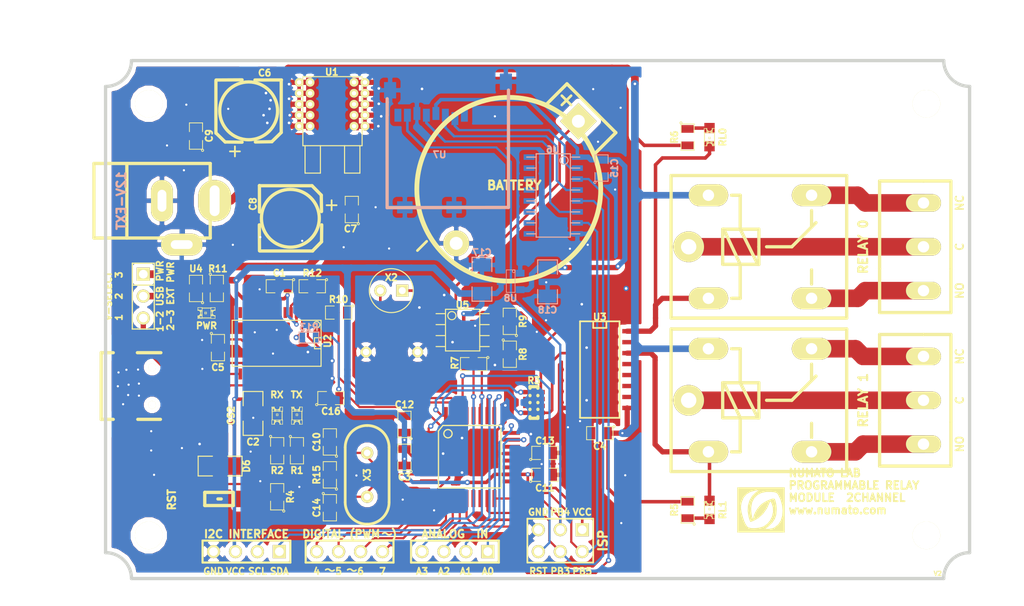
<source format=kicad_pcb>
(kicad_pcb (version 3) (host pcbnew "(2013-05-31 BZR 4019)-stable")
  (layers (15 F.Cu signal) (0 B.Cu signal) (18 B.Paste user) (19 F.Paste user) (20 B.SilkS user) (21 F.SilkS user) (22 B.Mask user) (23 F.Mask user) (28 Edge.Cuts user))
  (net 0 "")
  (net 1 /+12V)
  (net 2 /+5V)
  (net 3 /3V3)
  (net 4 /AREF)
  (net 5 /DTR)
  (net 6 /FT-RX)
  (net 7 /FT-TX)
  (net 8 /PB0)
  (net 9 /PB3)
  (net 10 /PB4)
  (net 11 /PB5)
  (net 12 /PC0/ADC0)
  (net 13 /PC1/ADC1)
  (net 14 /PC2/ADC2)
  (net 15 /PC3/ADC3)
  (net 16 /PD2)
  (net 17 "/PD2 OUT")
  (net 18 /PD3)
  (net 19 "/PD3 OUT")
  (net 20 /PD4)
  (net 21 /PD5)
  (net 22 /PD6)
  (net 23 /PD7)
  (net 24 /RESET)
  (net 25 /RTS)
  (net 26 /SCL)
  (net 27 /SDA)
  (net 28 /VBAT)
  (net 29 /VBUS)
  (net 30 /VCC)
  (net 31 /X1)
  (net 32 /X2)
  (net 33 GND)
  (net 34 N-000001)
  (net 35 N-0000010)
  (net 36 N-0000011)
  (net 37 N-0000012)
  (net 38 N-0000014)
  (net 39 N-000002)
  (net 40 N-0000029)
  (net 41 N-000003)
  (net 42 N-0000032)
  (net 43 N-0000033)
  (net 44 N-0000034)
  (net 45 N-0000035)
  (net 46 N-0000036)
  (net 47 N-000004)
  (net 48 N-0000044)
  (net 49 N-0000045)
  (net 50 N-0000047)
  (net 51 N-000005)
  (net 52 N-0000050)
  (net 53 N-0000055)
  (net 54 N-0000056)
  (net 55 N-0000057)
  (net 56 N-0000058)
  (net 57 N-0000059)
  (net 58 N-000006)
  (net 59 N-0000060)
  (net 60 N-0000062)
  (net 61 N-000009)
  (module Sjumber2 (layer F.Cu) (at 125.1966 114.681)
    (fp_text reference GS2 (at 1.8034 -0.889 90) (layer F.SilkS) (effects (font (size 0.762 0.762) (thickness 0.1905))))
    (fp_text value GS2 hide)
    (pad 1 smd rect (at 0 -1.651) (size 1.905 1.27) (layers F.Cu F.Paste F.Mask) (net 50 N-0000047))
    (pad 2 smd rect (at 0 0) (size 1.905 1.27) (layers F.Cu F.Paste F.Mask) (net 30 /VCC))
  )
  (module battery (layer F.Cu) (at 159.766 87.122 225)
    (fp_text reference BT1 hide)
    (fp_text value BATTERY hide)
    (fp_text user - (at 12.500517 2.729998 225) (layer F.SilkS) (effects (font (size 1.99898 1.99898) (thickness 0.3048))))
    (fp_text user + (at -11.243281 2.837761 225) (layer F.SilkS) (effects (font (size 1.99898 1.99898) (thickness 0.3048))))
    (pad 1 thru_hole rect (at -10.50798 0 225) (size 2.99974 2.99974) (drill 1.50114) (layers *.Cu *.Mask F.SilkS) (net 28 /VBAT))
    (pad 2 thru_hole circle (at 9.49198 0 225) (size 2.99974 2.99974) (drill 1.50114) (layers *.Cu *.Mask F.SilkS) (net 33 GND))
  )
  (module OPEN_VIA (layer F.Cu) (at 141.224 80.264)
    (fp_text reference 1PIN hide)
    (fp_text value P*** hide)
    (pad 1 thru_hole circle (at 0 0) (size 1.016 1.016) (drill 0.508) (layers *.Cu *.Mask F.SilkS) (net 33 GND))
  )
  (module OPEN_VIA (layer F.Cu) (at 141.224 76.454)
    (fp_text reference 1PIN hide)
    (fp_text value P*** hide)
    (pad 1 thru_hole circle (at 0 0) (size 1.016 1.016) (drill 0.508) (layers *.Cu *.Mask F.SilkS) (net 33 GND))
  )
  (module OPEN_VIA (layer F.Cu) (at 141.224 77.724)
    (fp_text reference 1PIN hide)
    (fp_text value P*** hide)
    (pad 1 thru_hole circle (at 0 0) (size 1.016 1.016) (drill 0.508) (layers *.Cu *.Mask F.SilkS) (net 33 GND))
  )
  (module OPEN_VIA (layer F.Cu) (at 141.224 75.184)
    (fp_text reference 1PIN hide)
    (fp_text value P*** hide)
    (pad 1 thru_hole circle (at 0 0) (size 1.016 1.016) (drill 0.508) (layers *.Cu *.Mask F.SilkS) (net 33 GND))
  )
  (module OPEN_VIA (layer F.Cu) (at 134.874 76.454)
    (fp_text reference 1PIN hide)
    (fp_text value P*** hide)
    (pad 1 thru_hole circle (at 0 0) (size 1.016 1.016) (drill 0.508) (layers *.Cu *.Mask F.SilkS) (net 33 GND))
  )
  (module OPEN_VIA (layer F.Cu) (at 141.224 78.994)
    (fp_text reference 1PIN hide)
    (fp_text value P*** hide)
    (pad 1 thru_hole circle (at 0 0) (size 1.016 1.016) (drill 0.508) (layers *.Cu *.Mask F.SilkS) (net 33 GND))
  )
  (module OPEN_VIA (layer F.Cu) (at 134.874 77.724)
    (fp_text reference 1PIN hide)
    (fp_text value P*** hide)
    (pad 1 thru_hole circle (at 0 0) (size 1.016 1.016) (drill 0.508) (layers *.Cu *.Mask F.SilkS) (net 33 GND))
  )
  (module OPEN_VIA (layer F.Cu) (at 142.494 78.994)
    (fp_text reference 1PIN hide)
    (fp_text value P*** hide)
    (pad 1 thru_hole circle (at 0 0) (size 1.016 1.016) (drill 0.508) (layers *.Cu *.Mask F.SilkS) (net 33 GND))
  )
  (module OPEN_VIA (layer F.Cu) (at 142.494 80.264)
    (fp_text reference 1PIN hide)
    (fp_text value P*** hide)
    (pad 1 thru_hole circle (at 0 0) (size 1.016 1.016) (drill 0.508) (layers *.Cu *.Mask F.SilkS) (net 33 GND))
  )
  (module OPEN_VIA (layer F.Cu) (at 134.874 75.184)
    (fp_text reference 1PIN hide)
    (fp_text value P*** hide)
    (pad 1 thru_hole circle (at 0 0) (size 1.016 1.016) (drill 0.508) (layers *.Cu *.Mask F.SilkS) (net 33 GND))
  )
  (module OPEN_VIA (layer F.Cu) (at 142.494 80.264)
    (fp_text reference 1PIN hide)
    (fp_text value P*** hide)
    (pad 1 thru_hole circle (at 0 0) (size 1.016 1.016) (drill 0.508) (layers *.Cu *.Mask F.SilkS) (net 33 GND))
  )
  (module OPEN_VIA (layer F.Cu) (at 134.874 80.264)
    (fp_text reference 1PIN hide)
    (fp_text value P*** hide)
    (pad 1 thru_hole circle (at 0 0) (size 1.016 1.016) (drill 0.508) (layers *.Cu *.Mask F.SilkS) (net 33 GND))
  )
  (module OPEN_VIA (layer F.Cu) (at 142.494 76.454)
    (fp_text reference 1PIN hide)
    (fp_text value P*** hide)
    (pad 1 thru_hole circle (at 0 0) (size 1.016 1.016) (drill 0.508) (layers *.Cu *.Mask F.SilkS) (net 33 GND))
  )
  (module OPEN_VIA (layer F.Cu) (at 134.874 78.994)
    (fp_text reference 1PIN hide)
    (fp_text value P*** hide)
    (pad 1 thru_hole circle (at 0 0) (size 1.016 1.016) (drill 0.508) (layers *.Cu *.Mask F.SilkS) (net 33 GND))
  )
  (module OPEN_VIA (layer F.Cu) (at 142.494 75.184)
    (fp_text reference 1PIN hide)
    (fp_text value P*** hide)
    (pad 1 thru_hole circle (at 0 0) (size 1.016 1.016) (drill 0.508) (layers *.Cu *.Mask F.SilkS) (net 33 GND))
  )
  (module OPEN_VIA (layer F.Cu) (at 142.494 75.184)
    (fp_text reference 1PIN hide)
    (fp_text value P*** hide)
    (pad 1 thru_hole circle (at 0 0) (size 1.016 1.016) (drill 0.508) (layers *.Cu *.Mask F.SilkS) (net 33 GND))
  )
  (module OPEN_VIA (layer F.Cu) (at 136.144 80.264)
    (fp_text reference 1PIN hide)
    (fp_text value P*** hide)
    (pad 1 thru_hole circle (at 0 0) (size 1.016 1.016) (drill 0.508) (layers *.Cu *.Mask F.SilkS) (net 33 GND))
  )
  (module OPEN_VIA (layer F.Cu) (at 142.494 77.724)
    (fp_text reference 1PIN hide)
    (fp_text value P*** hide)
    (pad 1 thru_hole circle (at 0 0) (size 1.016 1.016) (drill 0.508) (layers *.Cu *.Mask F.SilkS) (net 33 GND))
  )
  (module OPEN_VIA (layer F.Cu) (at 142.494 76.454)
    (fp_text reference 1PIN hide)
    (fp_text value P*** hide)
    (pad 1 thru_hole circle (at 0 0) (size 1.016 1.016) (drill 0.508) (layers *.Cu *.Mask F.SilkS) (net 33 GND))
  )
  (module OPEN_VIA (layer F.Cu) (at 142.494 78.994)
    (fp_text reference 1PIN hide)
    (fp_text value P*** hide)
    (pad 1 thru_hole circle (at 0 0) (size 1.016 1.016) (drill 0.508) (layers *.Cu *.Mask F.SilkS) (net 33 GND))
  )
  (module OPEN_VIA (layer F.Cu) (at 136.144 75.184)
    (fp_text reference 1PIN hide)
    (fp_text value P*** hide)
    (pad 1 thru_hole circle (at 0 0) (size 1.016 1.016) (drill 0.508) (layers *.Cu *.Mask F.SilkS) (net 33 GND))
  )
  (module OPEN_VIA (layer F.Cu) (at 136.144 77.724)
    (fp_text reference 1PIN hide)
    (fp_text value P*** hide)
    (pad 1 thru_hole circle (at 0 0) (size 1.016 1.016) (drill 0.508) (layers *.Cu *.Mask F.SilkS) (net 33 GND))
  )
  (module OPEN_VIA (layer F.Cu) (at 136.144 78.994)
    (fp_text reference 1PIN hide)
    (fp_text value P*** hide)
    (pad 1 thru_hole circle (at 0 0) (size 1.016 1.016) (drill 0.508) (layers *.Cu *.Mask F.SilkS) (net 33 GND))
  )
  (module OPEN_VIA (layer F.Cu) (at 136.144 76.454)
    (fp_text reference 1PIN hide)
    (fp_text value P*** hide)
    (pad 1 thru_hole circle (at 0 0) (size 1.016 1.016) (drill 0.508) (layers *.Cu *.Mask F.SilkS) (net 33 GND))
  )
  (module OPEN_VIA (layer F.Cu) (at 142.494 80.264)
    (fp_text reference 1PIN hide)
    (fp_text value P*** hide)
    (pad 1 thru_hole circle (at 0 0) (size 1.016 1.016) (drill 0.508) (layers *.Cu *.Mask F.SilkS) (net 33 GND))
  )
  (module PIN_ARRAY_1 (layer F.Cu) (at 148.59 106.426)
    (fp_text reference PIN_ARRAY_1 hide)
    (fp_text value Val** hide)
    (pad 1 thru_hole circle (at 0 0) (size 1.27 1.27) (drill 0.762) (layers *.Cu *.Mask F.SilkS) (net 33 GND))
  )
  (module PIN_ARRAY_1 (layer F.Cu) (at 142.621 106.426)
    (fp_text reference PIN_ARRAY_1 hide)
    (fp_text value Val** hide)
    (pad 1 thru_hole circle (at 0 0) (size 1.27 1.27) (drill 0.762) (layers *.Cu *.Mask F.SilkS) (net 33 GND))
  )
  (module NEGATION (layer F.Cu) (at 146.05 127.635)
    (fp_text reference NEGATION hide)
    (fp_text value VAL** hide)
  )
  (module NEGATION (layer F.Cu) (at 139.446 131.826)
    (fp_text reference NEGATION hide)
    (fp_text value VAL** hide)
  )
  (module TQFP32 (layer F.Cu) (at 154.686 118.618)
    (fp_text reference IC1 hide)
    (fp_text value ATMEGA328-NEW hide)
    (pad 8 smd rect (at -4.81584 2.77622) (size 1.99898 0.44958) (layers F.Cu F.Paste F.Mask) (net 42 N-0000032))
    (pad 7 smd rect (at -4.81584 1.97612) (size 1.99898 0.44958) (layers F.Cu F.Paste F.Mask) (net 43 N-0000033))
    (pad 6 smd rect (at -4.81584 1.17602) (size 1.99898 0.44958) (layers F.Cu F.Paste F.Mask) (net 30 /VCC))
    (pad 5 smd rect (at -4.81584 0.37592) (size 1.99898 0.44958) (layers F.Cu F.Paste F.Mask) (net 33 GND))
    (pad 4 smd rect (at -4.81584 -0.42418) (size 1.99898 0.44958) (layers F.Cu F.Paste F.Mask) (net 30 /VCC))
    (pad 3 smd rect (at -4.81584 -1.22428) (size 1.99898 0.44958) (layers F.Cu F.Paste F.Mask) (net 33 GND))
    (pad 2 smd rect (at -4.81584 -2.02438) (size 1.99898 0.44958) (layers F.Cu F.Paste F.Mask) (net 20 /PD4))
    (pad 1 smd rect (at -4.81584 -2.82448) (size 1.99898 0.44958) (layers F.Cu F.Paste F.Mask) (net 37 N-0000012))
    (pad 24 smd rect (at 4.7498 -2.8194) (size 1.99898 0.44958) (layers F.Cu F.Paste F.Mask) (net 13 /PC1/ADC1))
    (pad 17 smd rect (at 4.7498 2.794) (size 1.99898 0.44958) (layers F.Cu F.Paste F.Mask) (net 11 /PB5))
    (pad 18 smd rect (at 4.7498 1.9812) (size 1.99898 0.44958) (layers F.Cu F.Paste F.Mask) (net 30 /VCC))
    (pad 19 smd rect (at 4.7498 1.1684) (size 1.99898 0.44958) (layers F.Cu F.Paste F.Mask))
    (pad 20 smd rect (at 4.7498 0.381) (size 1.99898 0.44958) (layers F.Cu F.Paste F.Mask) (net 4 /AREF))
    (pad 21 smd rect (at 4.7498 -0.4318) (size 1.99898 0.44958) (layers F.Cu F.Paste F.Mask) (net 33 GND))
    (pad 22 smd rect (at 4.7498 -1.2192) (size 1.99898 0.44958) (layers F.Cu F.Paste F.Mask))
    (pad 23 smd rect (at 4.7498 -2.032) (size 1.99898 0.44958) (layers F.Cu F.Paste F.Mask) (net 12 /PC0/ADC0))
    (pad 32 smd rect (at -2.82448 -4.826) (size 0.44958 1.99898) (layers F.Cu F.Paste F.Mask) (net 36 N-0000011))
    (pad 31 smd rect (at -2.02692 -4.826) (size 0.44958 1.99898) (layers F.Cu F.Paste F.Mask) (net 6 /FT-RX))
    (pad 30 smd rect (at -1.22428 -4.826) (size 0.44958 1.99898) (layers F.Cu F.Paste F.Mask) (net 7 /FT-TX))
    (pad 29 smd rect (at -0.42672 -4.826) (size 0.44958 1.99898) (layers F.Cu F.Paste F.Mask) (net 24 /RESET))
    (pad 28 smd rect (at 0.37592 -4.826) (size 0.44958 1.99898) (layers F.Cu F.Paste F.Mask) (net 26 /SCL))
    (pad 27 smd rect (at 1.17348 -4.826) (size 0.44958 1.99898) (layers F.Cu F.Paste F.Mask) (net 27 /SDA))
    (pad 26 smd rect (at 1.97612 -4.826) (size 0.44958 1.99898) (layers F.Cu F.Paste F.Mask) (net 15 /PC3/ADC3))
    (pad 25 smd rect (at 2.77368 -4.826) (size 0.44958 1.99898) (layers F.Cu F.Paste F.Mask) (net 14 /PC2/ADC2))
    (pad 9 smd rect (at -2.8194 4.7752) (size 0.44958 1.99898) (layers F.Cu F.Paste F.Mask) (net 21 /PD5))
    (pad 10 smd rect (at -2.032 4.7752) (size 0.44958 1.99898) (layers F.Cu F.Paste F.Mask) (net 22 /PD6))
    (pad 11 smd rect (at -1.2192 4.7752) (size 0.44958 1.99898) (layers F.Cu F.Paste F.Mask) (net 23 /PD7))
    (pad 12 smd rect (at -0.4318 4.7752) (size 0.44958 1.99898) (layers F.Cu F.Paste F.Mask) (net 8 /PB0))
    (pad 13 smd rect (at 0.3556 4.7752) (size 0.44958 1.99898) (layers F.Cu F.Paste F.Mask))
    (pad 14 smd rect (at 1.1684 4.7752) (size 0.44958 1.99898) (layers F.Cu F.Paste F.Mask))
    (pad 15 smd rect (at 1.9812 4.7752) (size 0.44958 1.99898) (layers F.Cu F.Paste F.Mask) (net 9 /PB3))
    (pad 16 smd rect (at 2.794 4.7752) (size 0.44958 1.99898) (layers F.Cu F.Paste F.Mask) (net 10 /PB4))
  )
  (module MH-3.2MM (layer F.Cu) (at 207.472 77.664)
    (fp_text reference 1PIN hide)
    (fp_text value P*** hide)
    (pad "" np_thru_hole circle (at 0 0) (size 3.2004 3.2004) (drill 3.2004) (layers *.Cu *.Mask F.SilkS))
  )
  (module MH-3.2MM (layer F.Cu) (at 206.472 127.664)
    (fp_text reference 1PIN hide)
    (fp_text value P*** hide)
    (pad "" np_thru_hole circle (at 1 0) (size 3.2004 3.2004) (drill 3.2004) (layers *.Cu *.Mask F.SilkS))
  )
  (module MH-3.2MM (layer F.Cu) (at 117.472 127.664)
    (fp_text reference 1PIN hide)
    (fp_text value P*** hide)
    (pad "" np_thru_hole circle (at 0 0) (size 3.2004 3.2004) (drill 3.2004) (layers *.Cu *.Mask F.SilkS))
  )
  (module MH-3.2MM (layer F.Cu) (at 117.472 77.664)
    (fp_text reference 1PIN hide)
    (fp_text value P*** hide)
    (pad "" np_thru_hole circle (at 0 0) (size 3.2004 3.2004) (drill 3.2004) (layers *.Cu *.Mask F.SilkS))
  )
  (module Switch_SMD (layer F.Cu) (at 125.73 123.444 180)
    (fp_text reference SW1 hide)
    (fp_text value SW_PUSH hide)
    (pad 1 smd rect (at -3.048 0 180) (size 2.4892 1.905) (layers F.Cu F.Paste F.Mask) (net 24 /RESET))
    (pad 2 smd rect (at 3.31978 0 180) (size 2.4892 1.905) (layers F.Cu F.Paste F.Mask) (net 33 GND))
  )
  (module SSOP28 (layer F.Cu) (at 132.334 105.41 180)
    (fp_text reference U2 (at -5.842 0.254 270) (layer F.SilkS) (effects (font (size 0.762 0.762) (thickness 0.1905))))
    (fp_text value FT232RLNEW hide)
    (pad 1 smd rect (at -4.191 3.556 180) (size 0.4064 1.27) (layers F.Cu F.Paste F.Mask) (net 46 N-0000036))
    (pad 2 smd rect (at -3.556 3.556 180) (size 0.4064 1.27) (layers F.Cu F.Paste F.Mask) (net 5 /DTR))
    (pad 3 smd rect (at -2.8956 3.556 180) (size 0.4064 1.27) (layers F.Cu F.Paste F.Mask) (net 25 /RTS))
    (pad 4 smd rect (at -2.2352 3.556 180) (size 0.4064 1.27) (layers F.Cu F.Paste F.Mask) (net 30 /VCC))
    (pad 5 smd rect (at -1.6002 3.556 180) (size 0.4064 1.27) (layers F.Cu F.Paste F.Mask) (net 48 N-0000044))
    (pad 6 smd rect (at -0.9398 3.556 180) (size 0.4064 1.27) (layers F.Cu F.Paste F.Mask))
    (pad 7 smd rect (at -0.2794 3.556 180) (size 0.4064 1.27) (layers F.Cu F.Paste F.Mask) (net 33 GND))
    (pad 8 smd rect (at 0.3556 3.556 180) (size 0.4064 1.27) (layers F.Cu F.Paste F.Mask))
    (pad 9 smd rect (at 1.016 3.556 180) (size 0.4064 1.27) (layers F.Cu F.Paste F.Mask))
    (pad 10 smd rect (at 1.651 3.556 180) (size 0.4064 1.27) (layers F.Cu F.Paste F.Mask))
    (pad 11 smd rect (at 2.3114 3.556 180) (size 0.4064 1.27) (layers F.Cu F.Paste F.Mask))
    (pad 12 smd rect (at 2.9718 3.556 180) (size 0.4064 1.27) (layers F.Cu F.Paste F.Mask))
    (pad 13 smd rect (at 3.6068 3.556 180) (size 0.4064 1.27) (layers F.Cu F.Paste F.Mask))
    (pad 14 smd rect (at 4.2672 3.556 180) (size 0.4064 1.27) (layers F.Cu F.Paste F.Mask))
    (pad 15 smd rect (at 4.2672 -3.556 180) (size 0.4064 1.27) (layers F.Cu F.Paste F.Mask) (net 41 N-000003))
    (pad 16 smd rect (at 3.6068 -3.556 180) (size 0.4064 1.27) (layers F.Cu F.Paste F.Mask) (net 39 N-000002))
    (pad 17 smd rect (at 2.9972 -3.556 180) (size 0.4064 1.27) (layers F.Cu F.Paste F.Mask) (net 35 N-0000010))
    (pad 18 smd rect (at 2.3114 -3.556 180) (size 0.4064 1.27) (layers F.Cu F.Paste F.Mask) (net 33 GND))
    (pad 19 smd rect (at 1.651 -3.556 180) (size 0.4064 1.27) (layers F.Cu F.Paste F.Mask) (net 50 N-0000047))
    (pad 20 smd rect (at 1.016 -3.556 180) (size 0.4064 1.27) (layers F.Cu F.Paste F.Mask) (net 30 /VCC))
    (pad 21 smd rect (at 0.3556 -3.556 180) (size 0.4064 1.27) (layers F.Cu F.Paste F.Mask) (net 33 GND))
    (pad 22 smd rect (at -0.2794 -3.556 180) (size 0.4064 1.27) (layers F.Cu F.Paste F.Mask) (net 51 N-000005))
    (pad 23 smd rect (at -0.9398 -3.556 180) (size 0.4064 1.27) (layers F.Cu F.Paste F.Mask) (net 47 N-000004))
    (pad 24 smd rect (at -1.6002 -3.556 180) (size 0.4064 1.27) (layers F.Cu F.Paste F.Mask))
    (pad 25 smd rect (at -2.2352 -3.556 180) (size 0.4064 1.27) (layers F.Cu F.Paste F.Mask) (net 33 GND))
    (pad 26 smd rect (at -2.8956 -3.556 180) (size 0.4064 1.27) (layers F.Cu F.Paste F.Mask) (net 33 GND))
    (pad 27 smd rect (at -3.556 -3.556 180) (size 0.4064 1.27) (layers F.Cu F.Paste F.Mask))
    (pad 28 smd rect (at -4.191 -3.556 180) (size 0.4064 1.27) (layers F.Cu F.Paste F.Mask))
  )
  (module SO16N (layer F.Cu) (at 169.672 108.458 270)
    (fp_text reference U3 (at -6.096 0 360) (layer F.SilkS) (effects (font (size 0.762 0.762) (thickness 0.1905))))
    (fp_text value ULN2003 hide)
    (pad 16 smd rect (at -4.445 -3.175 270) (size 0.508 1.143) (layers F.Cu F.Paste F.Mask) (net 17 "/PD2 OUT"))
    (pad 14 smd rect (at -1.905 -3.175 270) (size 0.508 1.143) (layers F.Cu F.Paste F.Mask) (net 19 "/PD3 OUT"))
    (pad 13 smd rect (at -0.635 -3.175 270) (size 0.508 1.143) (layers F.Cu F.Paste F.Mask))
    (pad 12 smd rect (at 0.635 -3.175 270) (size 0.508 1.143) (layers F.Cu F.Paste F.Mask))
    (pad 11 smd rect (at 1.905 -3.175 270) (size 0.508 1.143) (layers F.Cu F.Paste F.Mask))
    (pad 10 smd rect (at 3.175 -3.175 270) (size 0.508 1.143) (layers F.Cu F.Paste F.Mask))
    (pad 9 smd rect (at 4.445 -3.175 270) (size 0.508 1.143) (layers F.Cu F.Paste F.Mask) (net 1 /+12V))
    (pad 8 smd rect (at 4.445 3.175 270) (size 0.508 1.143) (layers F.Cu F.Paste F.Mask) (net 33 GND))
    (pad 7 smd rect (at 3.175 3.175 270) (size 0.508 1.143) (layers F.Cu F.Paste F.Mask))
    (pad 6 smd rect (at 1.905 3.175 270) (size 0.508 1.143) (layers F.Cu F.Paste F.Mask))
    (pad 5 smd rect (at 0.635 3.175 270) (size 0.508 1.143) (layers F.Cu F.Paste F.Mask))
    (pad 4 smd rect (at -0.635 3.175 270) (size 0.508 1.143) (layers F.Cu F.Paste F.Mask))
    (pad 3 smd rect (at -1.905 3.175 270) (size 0.508 1.143) (layers F.Cu F.Paste F.Mask) (net 18 /PD3))
    (pad 2 smd rect (at -3.175 3.175 270) (size 0.508 1.143) (layers F.Cu F.Paste F.Mask))
    (pad 1 smd rect (at -4.445 3.175 270) (size 0.508 1.143) (layers F.Cu F.Paste F.Mask) (net 16 /PD2))
    (pad 15 smd rect (at -3.175 -3.175 270) (size 0.508 1.143) (layers F.Cu F.Paste F.Mask))
  )
  (module so-8 (layer F.Cu) (at 153.797 103.886 270)
    (fp_text reference U5 (at -2.921 0.0254 360) (layer F.SilkS) (effects (font (size 0.762 0.762) (thickness 0.1905))))
    (fp_text value DS1307 hide)
    (pad 1 smd rect (at -1.905 2.794 270) (size 0.635 1.27) (layers F.Cu F.Paste F.Mask) (net 31 /X1))
    (pad 2 smd rect (at -0.635 2.794 270) (size 0.635 1.27) (layers F.Cu F.Paste F.Mask) (net 32 /X2))
    (pad 3 smd rect (at 0.635 2.794 270) (size 0.635 1.27) (layers F.Cu F.Paste F.Mask) (net 28 /VBAT))
    (pad 4 smd rect (at 1.905 2.794 270) (size 0.635 1.27) (layers F.Cu F.Paste F.Mask) (net 33 GND))
    (pad 5 smd rect (at 1.905 -2.794 270) (size 0.635 1.27) (layers F.Cu F.Paste F.Mask) (net 27 /SDA))
    (pad 6 smd rect (at 0.635 -2.794 270) (size 0.635 1.27) (layers F.Cu F.Paste F.Mask) (net 26 /SCL))
    (pad 7 smd rect (at -0.635 -2.794 270) (size 0.635 1.27) (layers F.Cu F.Paste F.Mask) (net 60 N-0000062))
    (pad 8 smd rect (at -1.905 -2.794 270) (size 0.635 1.27) (layers F.Cu F.Paste F.Mask) (net 30 /VCC))
  )
  (module SMD_CAP_ELECT_1 (layer F.Cu) (at 133.858 90.932 180)
    (fp_text reference C8 (at 4.318 1.651 270) (layer F.SilkS) (effects (font (size 0.762 0.762) (thickness 0.1905))))
    (fp_text value 47mfd hide)
    (fp_text user + (at -4.7752 1.6256 180) (layer F.SilkS) (effects (font (size 1.524 1.524) (thickness 0.2032))))
    (pad 1 smd rect (at -3.0226 0 180) (size 3.429 1.143) (layers F.Cu F.Paste F.Mask) (net 2 /+5V))
    (pad 2 smd rect (at 3.0226 0 180) (size 3.429 1.143) (layers F.Cu F.Paste F.Mask) (net 33 GND))
  )
  (module SMD_CAP_ELECT_1 (layer F.Cu) (at 129.032 78.486 90)
    (fp_text reference C6 (at 4.3942 1.8542 180) (layer F.SilkS) (effects (font (size 0.762 0.762) (thickness 0.1905))))
    (fp_text value 47mfd hide)
    (fp_text user + (at -4.699 -1.7018 90) (layer F.SilkS) (effects (font (size 1.524 1.524) (thickness 0.2032))))
    (pad 1 smd rect (at -3.0226 0 90) (size 3.429 1.143) (layers F.Cu F.Paste F.Mask) (net 1 /+12V))
    (pad 2 smd rect (at 3.0226 0 90) (size 3.429 1.143) (layers F.Cu F.Paste F.Mask) (net 33 GND))
  )
  (module SM1206 (layer F.Cu) (at 129.54 113.538 270)
    (fp_text reference C2 (at 3.302 0 360) (layer F.SilkS) (effects (font (size 0.762 0.762) (thickness 0.1905))))
    (fp_text value "10uF(1206)" hide)
    (pad 1 smd rect (at -1.651 0 270) (size 1.524 2.032) (layers F.Cu F.Paste F.Mask) (net 30 /VCC))
    (pad 2 smd rect (at 1.651 0 270) (size 1.524 2.032) (layers F.Cu F.Paste F.Mask) (net 33 GND))
  )
  (module SM1206 (layer F.Cu) (at 125.73 119.634)
    (fp_text reference D6 (at 3.048 0 90) (layer F.SilkS) (effects (font (size 0.762 0.762) (thickness 0.1905))))
    (fp_text value DIODE hide)
    (pad 1 smd rect (at -1.651 0) (size 1.524 2.032) (layers F.Cu F.Paste F.Mask) (net 24 /RESET))
    (pad 2 smd rect (at 1.651 0) (size 1.524 2.032) (layers F.Cu F.Paste F.Mask) (net 30 /VCC))
  )
  (module SM0805 (layer F.Cu) (at 179.832 81.534 270)
    (fp_text reference R6 (at 0 1.524 270) (layer F.SilkS) (effects (font (size 0.762 0.762) (thickness 0.1905))))
    (fp_text value 2K2 hide)
    (pad 1 smd rect (at -0.9525 0 270) (size 0.889 1.397) (layers F.Cu F.Paste F.Mask) (net 52 N-0000050))
    (pad 2 smd rect (at 0.9525 0 270) (size 0.889 1.397) (layers F.Cu F.Paste F.Mask) (net 1 /+12V))
  )
  (module SM0805 (layer F.Cu) (at 125.476 105.918 270)
    (fp_text reference C5 (at 2.286 0 360) (layer F.SilkS) (effects (font (size 0.762 0.762) (thickness 0.1905))))
    (fp_text value 0.1uF hide)
    (pad 1 smd rect (at -0.9525 0 270) (size 0.889 1.397) (layers F.Cu F.Paste F.Mask) (net 35 N-0000010))
    (pad 2 smd rect (at 0.9525 0 270) (size 0.889 1.397) (layers F.Cu F.Paste F.Mask) (net 33 GND))
  )
  (module SM0805 (layer F.Cu) (at 122.936 81.407 90)
    (fp_text reference C9 (at 0.0254 1.524 90) (layer F.SilkS) (effects (font (size 0.762 0.762) (thickness 0.1905))))
    (fp_text value 0.1uF hide)
    (pad 1 smd rect (at -0.9525 0 90) (size 0.889 1.397) (layers F.Cu F.Paste F.Mask) (net 1 /+12V))
    (pad 2 smd rect (at 0.9525 0 90) (size 0.889 1.397) (layers F.Cu F.Paste F.Mask) (net 33 GND))
  )
  (module SM0805 (layer F.Cu) (at 132.334 123.19 90)
    (fp_text reference R4 (at 0 1.524 90) (layer F.SilkS) (effects (font (size 0.762 0.762) (thickness 0.1905))))
    (fp_text value 10k hide)
    (pad 1 smd rect (at -0.9525 0 90) (size 0.889 1.397) (layers F.Cu F.Paste F.Mask) (net 24 /RESET))
    (pad 2 smd rect (at 0.9525 0 90) (size 0.889 1.397) (layers F.Cu F.Paste F.Mask) (net 30 /VCC))
  )
  (module SM0805 (layer F.Cu) (at 138.43 124.46 270)
    (fp_text reference C14 (at 0 1.524 270) (layer F.SilkS) (effects (font (size 0.762 0.762) (thickness 0.1905))))
    (fp_text value 22PF hide)
    (pad 1 smd rect (at -0.9525 0 270) (size 0.889 1.397) (layers F.Cu F.Paste F.Mask) (net 42 N-0000032))
    (pad 2 smd rect (at 0.9525 0 270) (size 0.889 1.397) (layers F.Cu F.Paste F.Mask) (net 33 GND))
  )
  (module SM0805 (layer F.Cu) (at 179.832 124.714 90)
    (fp_text reference R5 (at 0 -1.524 90) (layer F.SilkS) (effects (font (size 0.762 0.762) (thickness 0.1905))))
    (fp_text value 2K2 hide)
    (pad 1 smd rect (at -0.9525 0 90) (size 0.889 1.397) (layers F.Cu F.Paste F.Mask) (net 49 N-0000045))
    (pad 2 smd rect (at 0.9525 0 90) (size 0.889 1.397) (layers F.Cu F.Paste F.Mask) (net 1 /+12V))
  )
  (module SM0805 (layer F.Cu) (at 122.936 99.06 90)
    (fp_text reference U4 (at 2.286 0 180) (layer F.SilkS) (effects (font (size 0.762 0.762) (thickness 0.1905))))
    (fp_text value FERRITE hide)
    (pad 1 smd rect (at -0.9525 0 90) (size 0.889 1.397) (layers F.Cu F.Paste F.Mask) (net 61 N-000009))
    (pad 2 smd rect (at 0.9525 0 90) (size 0.889 1.397) (layers F.Cu F.Paste F.Mask) (net 30 /VCC))
  )
  (module SM0805 (layer F.Cu) (at 155.067 107.823 180)
    (fp_text reference R7 (at 2.159 0.127 270) (layer F.SilkS) (effects (font (size 0.762 0.762) (thickness 0.1905))))
    (fp_text value 10k hide)
    (pad 1 smd rect (at -0.9525 0 180) (size 0.889 1.397) (layers F.Cu F.Paste F.Mask) (net 27 /SDA))
    (pad 2 smd rect (at 0.9525 0 180) (size 0.889 1.397) (layers F.Cu F.Paste F.Mask) (net 30 /VCC))
  )
  (module SM0805 (layer F.Cu) (at 159.258 106.68 270)
    (fp_text reference R8 (at 0 -1.524 270) (layer F.SilkS) (effects (font (size 0.762 0.762) (thickness 0.1905))))
    (fp_text value 10k hide)
    (pad 1 smd rect (at -0.9525 0 270) (size 0.889 1.397) (layers F.Cu F.Paste F.Mask) (net 26 /SCL))
    (pad 2 smd rect (at 0.9525 0 270) (size 0.889 1.397) (layers F.Cu F.Paste F.Mask) (net 30 /VCC))
  )
  (module SM0805 (layer F.Cu) (at 159.258 102.87 90)
    (fp_text reference R9 (at 0 1.524 90) (layer F.SilkS) (effects (font (size 0.762 0.762) (thickness 0.1905))))
    (fp_text value 4K7 hide)
    (pad 1 smd rect (at -0.9525 0 90) (size 0.889 1.397) (layers F.Cu F.Paste F.Mask) (net 60 N-0000062))
    (pad 2 smd rect (at 0.9525 0 90) (size 0.889 1.397) (layers F.Cu F.Paste F.Mask) (net 30 /VCC))
  )
  (module SM0805 (layer F.Cu) (at 138.43 116.84 90)
    (fp_text reference C10 (at 0 -1.524 90) (layer F.SilkS) (effects (font (size 0.762 0.762) (thickness 0.1905))))
    (fp_text value 22PF hide)
    (pad 1 smd rect (at -0.9525 0 90) (size 0.889 1.397) (layers F.Cu F.Paste F.Mask) (net 43 N-0000033))
    (pad 2 smd rect (at 0.9525 0 90) (size 0.889 1.397) (layers F.Cu F.Paste F.Mask) (net 33 GND))
  )
  (module SM0805 (layer F.Cu) (at 147.066 114.808 90)
    (fp_text reference C12 (at 2.286 0 180) (layer F.SilkS) (effects (font (size 0.762 0.762) (thickness 0.1905))))
    (fp_text value 0.1mfd hide)
    (pad 1 smd rect (at -0.9525 0 90) (size 0.889 1.397) (layers F.Cu F.Paste F.Mask) (net 30 /VCC))
    (pad 2 smd rect (at 0.9525 0 90) (size 0.889 1.397) (layers F.Cu F.Paste F.Mask) (net 33 GND))
  )
  (module SM0805 (layer F.Cu) (at 132.588 98.806 180)
    (fp_text reference C1 (at 0 1.524 180) (layer F.SilkS) (effects (font (size 0.762 0.762) (thickness 0.1905))))
    (fp_text value 0.1uF hide)
    (pad 1 smd rect (at -0.9525 0 180) (size 0.889 1.397) (layers F.Cu F.Paste F.Mask) (net 30 /VCC))
    (pad 2 smd rect (at 0.9525 0 180) (size 0.889 1.397) (layers F.Cu F.Paste F.Mask) (net 33 GND))
  )
  (module SM0805 (layer F.Cu) (at 125.349 99.06 270)
    (fp_text reference R11 (at -2.286 -0.127 360) (layer F.SilkS) (effects (font (size 0.762 0.762) (thickness 0.1905))))
    (fp_text value 1K hide)
    (pad 1 smd rect (at -0.9525 0 270) (size 0.889 1.397) (layers F.Cu F.Paste F.Mask) (net 30 /VCC))
    (pad 2 smd rect (at 0.9525 0 270) (size 0.889 1.397) (layers F.Cu F.Paste F.Mask) (net 38 N-0000014))
  )
  (module SM0805 (layer F.Cu) (at 163.322 118.11)
    (fp_text reference C13 (at 0 -1.397) (layer F.SilkS) (effects (font (size 0.762 0.762) (thickness 0.1905))))
    (fp_text value 0.01mfd hide)
    (pad 1 smd rect (at -0.9525 0) (size 0.889 1.397) (layers F.Cu F.Paste F.Mask) (net 4 /AREF))
    (pad 2 smd rect (at 0.9525 0) (size 0.889 1.397) (layers F.Cu F.Paste F.Mask) (net 33 GND))
  )
  (module SM0805 (layer F.Cu) (at 140.97 89.916 90)
    (fp_text reference C7 (at -2.2352 -0.1524 180) (layer F.SilkS) (effects (font (size 0.762 0.762) (thickness 0.1905))))
    (fp_text value 0.1uF hide)
    (pad 1 smd rect (at -0.9525 0 90) (size 0.889 1.397) (layers F.Cu F.Paste F.Mask) (net 2 /+5V))
    (pad 2 smd rect (at 0.9525 0 90) (size 0.889 1.397) (layers F.Cu F.Paste F.Mask) (net 33 GND))
  )
  (module SM0805 (layer F.Cu) (at 169.672 115.824 180)
    (fp_text reference C4 (at 0 -1.524 180) (layer F.SilkS) (effects (font (size 0.762 0.762) (thickness 0.1905))))
    (fp_text value 0.1uF hide)
    (pad 1 smd rect (at -0.9525 0 180) (size 0.889 1.397) (layers F.Cu F.Paste F.Mask) (net 1 /+12V))
    (pad 2 smd rect (at 0.9525 0 180) (size 0.889 1.397) (layers F.Cu F.Paste F.Mask) (net 33 GND))
  )
  (module SM0805 (layer F.Cu) (at 134.62 117.856 270)
    (fp_text reference R1 (at 2.286 0 360) (layer F.SilkS) (effects (font (size 0.762 0.762) (thickness 0.1905))))
    (fp_text value 1K hide)
    (pad 1 smd rect (at -0.9525 0 270) (size 0.889 1.397) (layers F.Cu F.Paste F.Mask) (net 34 N-000001))
    (pad 2 smd rect (at 0.9525 0 270) (size 0.889 1.397) (layers F.Cu F.Paste F.Mask) (net 30 /VCC))
  )
  (module SM0805 (layer F.Cu) (at 132.334 117.856 270)
    (fp_text reference R2 (at 2.286 0 360) (layer F.SilkS) (effects (font (size 0.762 0.762) (thickness 0.1905))))
    (fp_text value 1K hide)
    (pad 1 smd rect (at -0.9525 0 270) (size 0.889 1.397) (layers F.Cu F.Paste F.Mask) (net 58 N-000006))
    (pad 2 smd rect (at 0.9525 0 270) (size 0.889 1.397) (layers F.Cu F.Paste F.Mask) (net 30 /VCC))
  )
  (module SM0805 (layer F.Cu) (at 163.322 120.65)
    (fp_text reference C11 (at 0 1.524) (layer F.SilkS) (effects (font (size 0.762 0.762) (thickness 0.1905))))
    (fp_text value 0.1mfd hide)
    (pad 1 smd rect (at -0.9525 0) (size 0.889 1.397) (layers F.Cu F.Paste F.Mask) (net 30 /VCC))
    (pad 2 smd rect (at 0.9525 0) (size 0.889 1.397) (layers F.Cu F.Paste F.Mask) (net 33 GND))
  )
  (module ScrewTerm3 (layer F.Cu) (at 207.137 106.934 270)
    (fp_text reference K1 hide)
    (fp_text value CONN_3 hide)
    (pad 1 thru_hole oval (at 0 0 270) (size 2.032 4.064) (drill 1.3208) (layers *.Cu *.Mask F.SilkS) (net 56 N-0000058))
    (pad 2 thru_hole oval (at 5.08 0 270) (size 2.032 4.064) (drill 1.3208) (layers *.Cu *.Mask F.SilkS) (net 57 N-0000059))
    (pad 3 thru_hole oval (at 10.16 0 270) (size 2.032 4.064) (drill 1.3208) (layers *.Cu *.Mask F.SilkS) (net 59 N-0000060))
  )
  (module ScrewTerm3 (layer F.Cu) (at 207.137 89.154 270)
    (fp_text reference K2 hide)
    (fp_text value CONN_3 hide)
    (pad 1 thru_hole oval (at 0 0 270) (size 2.032 4.064) (drill 1.3208) (layers *.Cu *.Mask F.SilkS) (net 53 N-0000055))
    (pad 2 thru_hole oval (at 5.08 0 270) (size 2.032 4.064) (drill 1.3208) (layers *.Cu *.Mask F.SilkS) (net 54 N-0000056))
    (pad 3 thru_hole oval (at 10.16 0 270) (size 2.032 4.064) (drill 1.3208) (layers *.Cu *.Mask F.SilkS) (net 55 N-0000057))
  )
  (module RES_NET4 (layer F.Cu) (at 162.052 112.268 90)
    (fp_text reference R3 (at 2.54 0 180) (layer F.SilkS) (effects (font (size 0.762 0.762) (thickness 0.1905))))
    (fp_text value 2k2 hide)
    (pad 1 smd rect (at -1.19888 -0.79756 90) (size 0.508 0.9144) (layers F.Cu F.Paste F.Mask) (net 37 N-0000012))
    (pad 2 smd rect (at -1.19888 0.79756 90) (size 0.508 0.9144) (layers F.Cu F.Paste F.Mask) (net 18 /PD3))
    (pad 3 smd rect (at -0.39878 -0.79756 90) (size 0.508 0.9144) (layers F.Cu F.Paste F.Mask))
    (pad 4 smd rect (at -0.39878 0.79756 90) (size 0.508 0.9144) (layers F.Cu F.Paste F.Mask))
    (pad 5 smd rect (at 0.39878 -0.79756 90) (size 0.508 0.9144) (layers F.Cu F.Paste F.Mask))
    (pad 6 smd rect (at 0.39878 0.79756 90) (size 0.508 0.9144) (layers F.Cu F.Paste F.Mask))
    (pad 7 smd rect (at 1.19888 -0.79756 90) (size 0.508 0.9144) (layers F.Cu F.Paste F.Mask) (net 36 N-0000011))
    (pad 8 smd rect (at 1.19888 0.79756 90) (size 0.508 0.9144) (layers F.Cu F.Paste F.Mask) (net 16 /PD2))
  )
  (module RelaySugarCube (layer F.Cu) (at 188.087 112.014)
    (fp_text reference RL1 hide)
    (fp_text value RELAY hide)
    (pad 3 thru_hole circle (at -8.128 0) (size 3.556 3.556) (drill 1.778) (layers *.Cu *.Mask F.SilkS) (net 57 N-0000059))
    (pad 1 thru_hole oval (at -5.842 -5.969) (size 4.572 2.54) (drill 1.3208) (layers *.Cu *.Mask F.SilkS) (net 1 /+12V))
    (pad 2 thru_hole oval (at -5.842 5.969) (size 4.572 2.54) (drill 1.3208) (layers *.Cu *.Mask F.SilkS) (net 19 "/PD3 OUT"))
    (pad 5 thru_hole oval (at 6.096 5.969) (size 4.572 2.54) (drill 1.3208) (layers *.Cu *.Mask F.SilkS) (net 59 N-0000060))
    (pad 4 thru_hole oval (at 6.096 -5.969) (size 4.572 2.54) (drill 1.3208) (layers *.Cu *.Mask F.SilkS) (net 56 N-0000058))
  )
  (module RelaySugarCube (layer F.Cu) (at 188.087 94.234)
    (fp_text reference RL2 hide)
    (fp_text value RELAY hide)
    (pad 3 thru_hole circle (at -8.128 0) (size 3.556 3.556) (drill 1.778) (layers *.Cu *.Mask F.SilkS) (net 54 N-0000056))
    (pad 1 thru_hole oval (at -5.842 -5.969) (size 4.572 2.54) (drill 1.3208) (layers *.Cu *.Mask F.SilkS) (net 1 /+12V))
    (pad 2 thru_hole oval (at -5.842 5.969) (size 4.572 2.54) (drill 1.3208) (layers *.Cu *.Mask F.SilkS) (net 17 "/PD2 OUT"))
    (pad 5 thru_hole oval (at 6.096 5.969) (size 4.572 2.54) (drill 1.3208) (layers *.Cu *.Mask F.SilkS) (net 55 N-0000057))
    (pad 4 thru_hole oval (at 6.096 -5.969) (size 4.572 2.54) (drill 1.3208) (layers *.Cu *.Mask F.SilkS) (net 53 N-0000055))
  )
  (module PIN_ARRAY_4x1 (layer F.Cu) (at 128.778 129.54 180)
    (fp_text reference P2 hide)
    (fp_text value CONN_4 hide)
    (pad 1 thru_hole rect (at -3.81 0 180) (size 1.524 1.524) (drill 1.016) (layers *.Cu *.Mask F.SilkS) (net 27 /SDA))
    (pad 2 thru_hole circle (at -1.27 0 180) (size 1.524 1.524) (drill 1.016) (layers *.Cu *.Mask F.SilkS) (net 26 /SCL))
    (pad 3 thru_hole circle (at 1.27 0 180) (size 1.524 1.524) (drill 1.016) (layers *.Cu *.Mask F.SilkS) (net 30 /VCC))
    (pad 4 thru_hole circle (at 3.81 0 180) (size 1.524 1.524) (drill 1.016) (layers *.Cu *.Mask F.SilkS) (net 33 GND))
  )
  (module PIN_ARRAY_4x1 (layer F.Cu) (at 140.716 129.54)
    (fp_text reference P4 hide)
    (fp_text value CONN_4 hide)
    (pad 1 thru_hole circle (at -3.81 0) (size 1.524 1.524) (drill 1.016) (layers *.Cu *.Mask F.SilkS) (net 20 /PD4))
    (pad 2 thru_hole circle (at -1.27 0) (size 1.524 1.524) (drill 1.016) (layers *.Cu *.Mask F.SilkS) (net 21 /PD5))
    (pad 3 thru_hole circle (at 1.27 0) (size 1.524 1.524) (drill 1.016) (layers *.Cu *.Mask F.SilkS) (net 22 /PD6))
    (pad 4 thru_hole circle (at 3.81 0) (size 1.524 1.524) (drill 1.016) (layers *.Cu *.Mask F.SilkS) (net 23 /PD7))
  )
  (module PIN_ARRAY_4x1 (layer F.Cu) (at 152.908 129.54 180)
    (fp_text reference P5 hide)
    (fp_text value CONN_4 hide)
    (pad 1 thru_hole rect (at -3.81 0 180) (size 1.524 1.524) (drill 1.016) (layers *.Cu *.Mask F.SilkS) (net 12 /PC0/ADC0))
    (pad 2 thru_hole circle (at -1.27 0 180) (size 1.524 1.524) (drill 1.016) (layers *.Cu *.Mask F.SilkS) (net 13 /PC1/ADC1))
    (pad 3 thru_hole circle (at 1.27 0 180) (size 1.524 1.524) (drill 1.016) (layers *.Cu *.Mask F.SilkS) (net 14 /PC2/ADC2))
    (pad 4 thru_hole circle (at 3.81 0 180) (size 1.524 1.524) (drill 1.016) (layers *.Cu *.Mask F.SilkS) (net 15 /PC3/ADC3))
  )
  (module PIN_ARRAY_3X1 (layer F.Cu) (at 116.84 99.949 270)
    (fp_text reference GS1 hide)
    (fp_text value GS3 hide)
    (pad 1 thru_hole rect (at -2.54 0 270) (size 1.524 1.524) (drill 1.016) (layers *.Cu *.Mask F.SilkS) (net 2 /+5V))
    (pad 2 thru_hole circle (at 0 0 270) (size 1.524 1.524) (drill 1.016) (layers *.Cu *.Mask F.SilkS) (net 61 N-000009))
    (pad 3 thru_hole circle (at 2.54 0 270) (size 1.524 1.524) (drill 1.016) (layers *.Cu *.Mask F.SilkS) (net 29 /VBUS))
  )
  (module LED-0805 (layer F.Cu) (at 182.372 124.714 90)
    (fp_text reference D3 hide)
    (fp_text value "LED GREEN" hide)
    (pad 1 smd rect (at -1.04902 0 90) (size 1.19888 1.19888) (layers F.Cu F.Paste F.Mask) (net 49 N-0000045))
    (pad 2 smd rect (at 1.04902 0 90) (size 1.19888 1.19888) (layers F.Cu F.Paste F.Mask) (net 19 "/PD3 OUT"))
  )
  (module LED-0805 (layer F.Cu) (at 182.372 81.534 270)
    (fp_text reference D4 hide)
    (fp_text value "LED GREEN" hide)
    (pad 1 smd rect (at -1.04902 0 270) (size 1.19888 1.19888) (layers F.Cu F.Paste F.Mask) (net 52 N-0000050))
    (pad 2 smd rect (at 1.04902 0 270) (size 1.19888 1.19888) (layers F.Cu F.Paste F.Mask) (net 17 "/PD2 OUT"))
  )
  (module LED-0805 (layer F.Cu) (at 134.62 113.792 90)
    (fp_text reference D1 hide)
    (fp_text value "LED GREEN" hide)
    (pad 1 smd rect (at -1.04902 0 90) (size 1.19888 1.19888) (layers F.Cu F.Paste F.Mask) (net 34 N-000001))
    (pad 2 smd rect (at 1.04902 0 90) (size 1.19888 1.19888) (layers F.Cu F.Paste F.Mask) (net 47 N-000004))
  )
  (module LED-0805 (layer F.Cu) (at 132.334 113.792 90)
    (fp_text reference D2 hide)
    (fp_text value "LED GREEN" hide)
    (pad 1 smd rect (at -1.04902 0 90) (size 1.19888 1.19888) (layers F.Cu F.Paste F.Mask) (net 58 N-000006))
    (pad 2 smd rect (at 1.04902 0 90) (size 1.19888 1.19888) (layers F.Cu F.Paste F.Mask) (net 51 N-000005))
  )
  (module LED-0805 (layer F.Cu) (at 124.1552 101.9048 180)
    (fp_text reference D5 hide)
    (fp_text value "LED GREEN" hide)
    (pad 1 smd rect (at -1.04902 0 180) (size 1.19888 1.19888) (layers F.Cu F.Paste F.Mask) (net 38 N-0000014))
    (pad 2 smd rect (at 1.04902 0 180) (size 1.19888 1.19888) (layers F.Cu F.Paste F.Mask) (net 33 GND))
  )
  (module JACK_ALIM (layer F.Cu) (at 118.999 88.9)
    (fp_text reference J2 hide)
    (fp_text value JACK_2P hide)
    (pad 2 thru_hole oval (at 0 0) (size 2.54 4.8006) (drill oval 1.016 2.54) (layers *.Cu *.Mask F.SilkS) (net 33 GND))
    (pad 1 thru_hole oval (at 6.096 0) (size 3.81 4.8006) (drill oval 1.143 3.556) (layers *.Cu *.Mask F.SilkS) (net 1 /+12V))
    (pad 3 thru_hole oval (at 2.286 5.08) (size 4.8006 2.54) (drill oval 2.54 1.016) (layers *.Cu *.Mask F.SilkS) (net 33 GND))
  )
  (module HC-49V (layer F.Cu) (at 142.748 120.65 90)
    (fp_text reference X3 (at 0 0 90) (layer F.SilkS) (effects (font (size 0.762 0.762) (thickness 0.1905))))
    (fp_text value CRYSTAL hide)
    (pad 1 thru_hole circle (at -2.54 0 90) (size 1.4224 1.4224) (drill 0.762) (layers *.Cu *.Mask F.SilkS) (net 42 N-0000032))
    (pad 2 thru_hole circle (at 2.54 0 90) (size 1.4224 1.4224) (drill 0.762) (layers *.Cu *.Mask F.SilkS) (net 43 N-0000033))
  )
  (module DPAK2 (layer F.Cu) (at 138.7348 84.0486)
    (fp_text reference U1 (at -0.0762 -10.0584) (layer F.SilkS) (effects (font (size 0.762 0.762) (thickness 0.1905))))
    (fp_text value 7805_N hide)
    (pad 1 smd rect (at -2.286 0) (size 1.651 3.048) (layers F.Cu F.Paste F.Mask) (net 1 /+12V))
    (pad 2 smd rect (at 0 -6.35) (size 6.096 6.096) (layers F.Cu F.Paste F.Mask) (net 33 GND))
    (pad 3 smd rect (at 2.286 0) (size 1.651 3.048) (layers F.Cu F.Paste F.Mask) (net 2 /+5V))
  )
  (module C1V5 (layer F.Cu) (at 145.542 99.314 180)
    (fp_text reference X2 (at 0 1.524 180) (layer F.SilkS) (effects (font (size 0.762 0.762) (thickness 0.1905))))
    (fp_text value CRYSTAL hide)
    (pad 1 thru_hole rect (at -1.27 0 180) (size 1.397 1.397) (drill 0.8128) (layers *.Cu *.Mask F.SilkS) (net 31 /X1))
    (pad 2 thru_hole circle (at 1.27 0 180) (size 1.397 1.397) (drill 0.8128) (layers *.Cu *.Mask F.SilkS) (net 32 /X2))
  )
  (module SM0805 (layer F.Cu) (at 147.066 118.618 90)
    (fp_text reference C3 (at -2.286 0 180) (layer F.SilkS) (effects (font (size 0.762 0.762) (thickness 0.1905))))
    (fp_text value 0.1mfd hide)
    (pad 1 smd rect (at -0.9525 0 90) (size 0.889 1.397) (layers F.Cu F.Paste F.Mask) (net 30 /VCC))
    (pad 2 smd rect (at 0.9525 0 90) (size 0.889 1.397) (layers F.Cu F.Paste F.Mask) (net 33 GND))
  )
  (module so-16 (layer B.Cu) (at 164.2872 88.2904 270)
    (fp_text reference U6 (at -5.3086 0.0508 360) (layer B.SilkS) (effects (font (size 0.762 0.762) (thickness 0.1905)) (justify mirror)))
    (fp_text value 74HC4050 hide)
    (pad 1 smd rect (at -4.445 -2.794 270) (size 0.635 1.27) (layers B.Cu B.Paste B.Mask) (net 3 /3V3))
    (pad 2 smd rect (at -3.175 -2.794 270) (size 0.635 1.27) (layers B.Cu B.Paste B.Mask) (net 44 N-0000034))
    (pad 3 smd rect (at -1.905 -2.794 270) (size 0.635 1.27) (layers B.Cu B.Paste B.Mask) (net 8 /PB0))
    (pad 4 smd rect (at -0.635 -2.794 270) (size 0.635 1.27) (layers B.Cu B.Paste B.Mask) (net 45 N-0000035))
    (pad 5 smd rect (at 0.635 -2.794 270) (size 0.635 1.27) (layers B.Cu B.Paste B.Mask) (net 9 /PB3))
    (pad 6 smd rect (at 1.905 -2.794 270) (size 0.635 1.27) (layers B.Cu B.Paste B.Mask) (net 40 N-0000029))
    (pad 7 smd rect (at 3.175 -2.794 270) (size 0.635 1.27) (layers B.Cu B.Paste B.Mask) (net 11 /PB5))
    (pad 8 smd rect (at 4.445 -2.794 270) (size 0.635 1.27) (layers B.Cu B.Paste B.Mask) (net 33 GND))
    (pad 9 smd rect (at 4.445 2.794 270) (size 0.635 1.27) (layers B.Cu B.Paste B.Mask))
    (pad 10 smd rect (at 3.175 2.794 270) (size 0.635 1.27) (layers B.Cu B.Paste B.Mask))
    (pad 11 smd rect (at 1.905 2.794 270) (size 0.635 1.27) (layers B.Cu B.Paste B.Mask))
    (pad 12 smd rect (at 0.635 2.794 270) (size 0.635 1.27) (layers B.Cu B.Paste B.Mask))
    (pad 13 smd rect (at -0.635 2.794 270) (size 0.635 1.27) (layers B.Cu B.Paste B.Mask))
    (pad 14 smd rect (at -1.905 2.794 270) (size 0.635 1.27) (layers B.Cu B.Paste B.Mask))
    (pad 15 smd rect (at -3.175 2.794 270) (size 0.635 1.27) (layers B.Cu B.Paste B.Mask))
    (pad 16 smd rect (at -4.445 2.794 270) (size 0.635 1.27) (layers B.Cu B.Paste B.Mask))
  )
  (module SM0805 (layer B.Cu) (at 169.8752 85.1154 90)
    (fp_text reference C15 (at 0 1.4986 90) (layer B.SilkS) (effects (font (size 0.762 0.762) (thickness 0.1905)) (justify mirror)))
    (fp_text value 0.1uF hide)
    (pad 1 smd rect (at -0.9525 0 90) (size 0.889 1.397) (layers B.Cu B.Paste B.Mask) (net 33 GND))
    (pad 2 smd rect (at 0.9525 0 90) (size 0.889 1.397) (layers B.Cu B.Paste B.Mask) (net 3 /3V3))
  )
  (module SM0805 (layer F.Cu) (at 138.557 111.76)
    (fp_text reference C16 (at 0 1.524) (layer F.SilkS) (effects (font (size 0.762 0.762) (thickness 0.1905))))
    (fp_text value 0.1uF hide)
    (pad 1 smd rect (at -0.9525 0) (size 0.889 1.397) (layers F.Cu F.Paste F.Mask) (net 5 /DTR))
    (pad 2 smd rect (at 0.9525 0) (size 0.889 1.397) (layers F.Cu F.Paste F.Mask) (net 24 /RESET))
  )
  (module MicroSD (layer B.Cu) (at 146.304 78.994 180)
    (fp_text reference U7 (at -4.826 -4.572 180) (layer B.SilkS) (effects (font (size 0.762 0.762) (thickness 0.1905)) (justify mirror)))
    (fp_text value MICRO_SD hide)
    (pad 8 connect rect (at 0 0 180) (size 0.8001 1.50114) (layers B.Cu B.Mask))
    (pad 7 connect rect (at -1.09982 0 180) (size 0.8001 1.50114) (layers B.Cu B.Mask) (net 10 /PB4))
    (pad 6 connect rect (at -2.19964 0.20066 180) (size 0.8001 1.50114) (layers B.Cu B.Mask) (net 33 GND))
    (pad 5 connect rect (at -3.29946 0 180) (size 0.8001 1.50114) (layers B.Cu B.Mask) (net 40 N-0000029))
    (pad 4 connect rect (at -4.39928 0.20066 180) (size 0.8001 1.50114) (layers B.Cu B.Mask) (net 3 /3V3))
    (pad 3 connect rect (at -5.4991 0 180) (size 0.8001 1.50114) (layers B.Cu B.Mask) (net 45 N-0000035))
    (pad 2 connect rect (at -6.59892 -0.39878 180) (size 0.8001 1.50114) (layers B.Cu B.Mask) (net 44 N-0000034))
    (pad 1 connect rect (at -7.69874 0 180) (size 0.8001 1.50114) (layers B.Cu B.Mask))
    (pad 9 connect rect (at 0.89916 2.89052 180) (size 1.39954 1.89992) (layers B.Cu B.Mask) (net 33 GND))
    (pad 10 connect rect (at -12.49934 3.87858 180) (size 1.39954 1.89992) (layers B.Cu B.Mask) (net 33 GND))
    (pad 12 connect rect (at -0.80518 -10.668 180) (size 1.80086 1.39954) (layers B.Cu B.Mask) (net 33 GND))
    (pad 11 connect rect (at -6.50494 -10.668 180) (size 1.80086 1.39954) (layers B.Cu B.Mask) (net 33 GND))
  )
  (module SM0805 (layer F.Cu) (at 139.446 101.854 180)
    (fp_text reference R10 (at 0 1.524 180) (layer F.SilkS) (effects (font (size 0.762 0.762) (thickness 0.1905))))
    (fp_text value 1K hide)
    (pad 1 smd rect (at -0.9525 0 180) (size 0.889 1.397) (layers F.Cu F.Paste F.Mask) (net 7 /FT-TX))
    (pad 2 smd rect (at 0.9525 0 180) (size 0.889 1.397) (layers F.Cu F.Paste F.Mask) (net 46 N-0000036))
  )
  (module SM0805 (layer F.Cu) (at 136.398 98.806 180)
    (fp_text reference R12 (at 0 1.524 180) (layer F.SilkS) (effects (font (size 0.762 0.762) (thickness 0.1905))))
    (fp_text value 1K hide)
    (pad 1 smd rect (at -0.9525 0 180) (size 0.889 1.397) (layers F.Cu F.Paste F.Mask) (net 6 /FT-RX))
    (pad 2 smd rect (at 0.9525 0 180) (size 0.889 1.397) (layers F.Cu F.Paste F.Mask) (net 48 N-0000044))
  )
  (module SM0805 (layer F.Cu) (at 138.43 120.65 90)
    (fp_text reference R15 (at 0 -1.524 90) (layer F.SilkS) (effects (font (size 0.762 0.762) (thickness 0.1905))))
    (fp_text value 1M hide)
    (pad 1 smd rect (at -0.9525 0 90) (size 0.889 1.397) (layers F.Cu F.Paste F.Mask) (net 42 N-0000032))
    (pad 2 smd rect (at 0.9525 0 90) (size 0.889 1.397) (layers F.Cu F.Paste F.Mask) (net 43 N-0000033))
  )
  (module USBMICRO (layer F.Cu) (at 117.856 110.363)
    (fp_text reference J1 hide)
    (fp_text value USB hide)
    (pad 0 smd rect (at -3.048 -4.445) (size 2.4892 1.9812) (layers F.Cu F.Paste F.Mask) (net 33 GND))
    (pad 0 smd rect (at -3.048 4.445) (size 2.4892 1.9812) (layers F.Cu F.Paste F.Mask) (net 33 GND))
    (pad 0 smd rect (at 2.9083 -4.445) (size 3.2766 1.9812) (layers F.Cu F.Paste F.Mask) (net 33 GND))
    (pad 0 smd rect (at 2.9083 4.445) (size 3.2766 1.9812) (layers F.Cu F.Paste F.Mask) (net 33 GND))
    (pad 1 smd rect (at 2.9972 -1.5748) (size 3.0988 0.508) (layers F.Cu F.Paste F.Mask) (net 29 /VBUS))
    (pad 2 smd rect (at 2.9972 -0.7366) (size 3.0988 0.508) (layers F.Cu F.Paste F.Mask) (net 39 N-000002))
    (pad 3 smd rect (at 2.9972 0) (size 3.0988 0.508) (layers F.Cu F.Paste F.Mask) (net 41 N-000003))
    (pad 4 smd rect (at 2.9972 0.7366) (size 3.0988 0.508) (layers F.Cu F.Paste F.Mask) (net 33 GND))
    (pad 5 smd rect (at 2.9972 1.5748) (size 3.0988 0.508) (layers F.Cu F.Paste F.Mask) (net 33 GND))
    (pad "" np_thru_hole circle (at 0 -2.1844) (size 0.9144 0.9144) (drill 0.9144) (layers *.Cu *.Mask F.SilkS))
    (pad "" np_thru_hole circle (at 0 2.1844) (size 0.9144 0.9144) (drill 0.9144) (layers *.Cu *.Mask F.SilkS))
  )
  (module pin_array_3x2 (layer F.Cu) (at 165.1 128.27 180)
    (fp_text reference P3 hide)
    (fp_text value CONN_6 hide)
    (pad 1 thru_hole rect (at -2.54 1.27 180) (size 1.524 1.524) (drill 1.016) (layers *.Cu *.Mask F.SilkS) (net 30 /VCC))
    (pad 2 thru_hole circle (at -2.54 -1.27 180) (size 1.524 1.524) (drill 1.016) (layers *.Cu *.Mask F.SilkS) (net 11 /PB5))
    (pad 3 thru_hole circle (at 0 1.27 180) (size 1.524 1.524) (drill 1.016) (layers *.Cu *.Mask F.SilkS) (net 10 /PB4))
    (pad 4 thru_hole circle (at 0 -1.27 180) (size 1.524 1.524) (drill 1.016) (layers *.Cu *.Mask F.SilkS) (net 9 /PB3))
    (pad 5 thru_hole circle (at 2.54 1.27 180) (size 1.524 1.524) (drill 1.016) (layers *.Cu *.Mask F.SilkS) (net 33 GND))
    (pad 6 thru_hole circle (at 2.54 -1.27 180) (size 1.524 1.524) (drill 1.016) (layers *.Cu *.Mask F.SilkS) (net 24 /RESET))
  )
  (module SOT23 (layer B.Cu) (at 159.3596 98.2472 270)
    (fp_text reference U8 (at 1.9304 0.0254 360) (layer B.SilkS) (effects (font (size 0.762 0.762) (thickness 0.1905)) (justify mirror)))
    (fp_text value MCP1700 hide)
    (pad 3 smd rect (at 0 1.09982 270) (size 0.8001 1.00076) (layers B.Cu B.Paste B.Mask) (net 30 /VCC))
    (pad 2 smd rect (at 0.9525 -1.09982 270) (size 0.8001 1.00076) (layers B.Cu B.Paste B.Mask) (net 3 /3V3))
    (pad 1 smd rect (at -0.9525 -1.09982 270) (size 0.8001 1.00076) (layers B.Cu B.Paste B.Mask) (net 33 GND))
  )
  (module SM1206 (layer B.Cu) (at 163.6268 98.298 270)
    (fp_text reference C18 (at 3.2512 0 360) (layer B.SilkS) (effects (font (size 0.762 0.762) (thickness 0.1905)) (justify mirror)))
    (fp_text value 10uF hide)
    (pad 1 smd rect (at -1.651 0 270) (size 1.524 2.032) (layers B.Cu B.Paste B.Mask) (net 3 /3V3))
    (pad 2 smd rect (at 1.651 0 270) (size 1.524 2.032) (layers B.Cu B.Paste B.Mask) (net 33 GND))
  )
  (module SM1206 (layer B.Cu) (at 156.0322 97.9932 90)
    (fp_text reference C17 (at 3.0988 0 180) (layer B.SilkS) (effects (font (size 0.762 0.762) (thickness 0.1905)) (justify mirror)))
    (fp_text value 10uF hide)
    (pad 1 smd rect (at -1.651 0 90) (size 1.524 2.032) (layers B.Cu B.Paste B.Mask) (net 30 /VCC))
    (pad 2 smd rect (at 1.651 0 90) (size 1.524 2.032) (layers B.Cu B.Paste B.Mask) (net 33 GND))
  )
  (module LOGO (layer F.Cu) (at 188.2902 124.714)
    (fp_text reference G*** hide)
    (fp_text value LOGO hide)
  )
  (module NEGATION (layer F.Cu) (at 141.986 131.826)
    (fp_text reference NEGATION hide)
    (fp_text value VAL** hide)
  )
  (module SM0603 (layer B.Cu) (at 136.017 104.7496)
    (fp_text reference R13 (at 0 -1.1938) (layer B.SilkS) (effects (font (size 0.762 0.762) (thickness 0.1905)) (justify mirror)))
    (fp_text value NL hide)
    (pad 1 smd rect (at -0.762 0) (size 0.635 1.143) (layers B.Cu B.Paste B.Mask) (net 25 /RTS))
    (pad 2 smd rect (at 0.762 0) (size 0.635 1.143) (layers B.Cu B.Paste B.Mask) (net 24 /RESET))
  )
  (gr_text V2 (at 208.788 132.08) (layer F.SilkS) (effects (font (size 0.508 0.508) (thickness 0.127))))
  (gr_text "RX " (at 132.588 111.379) (layer F.SilkS) (effects (font (size 0.762 0.762) (thickness 0.1905))))
  (gr_text "TX " (at 134.874 111.379) (layer F.SilkS) (effects (font (size 0.762 0.762) (thickness 0.1905))))
  (gr_text VCC (at 167.64 124.968) (layer F.SilkS) (effects (font (size 0.762 0.762) (thickness 0.1905))))
  (gr_text "V-SELECT\n1   2   3" (at 113.411 99.949 90) (layer F.SilkS) (effects (font (size 0.762 0.762) (thickness 0.1905))))
  (gr_text "GND\n" (at 162.56 124.968) (layer F.SilkS) (effects (font (size 0.762 0.762) (thickness 0.1905))))
  (gr_text "PB3\n" (at 165.1 131.826) (layer F.SilkS) (effects (font (size 0.762 0.762) (thickness 0.1905))))
  (gr_text PB4 (at 165.1 124.968) (layer F.SilkS) (effects (font (size 0.762 0.762) (thickness 0.1905))))
  (gr_text PB5 (at 167.64 131.826) (layer F.SilkS) (effects (font (size 0.762 0.762) (thickness 0.1905))))
  (gr_text RST (at 162.56 131.826) (layer F.SilkS) (effects (font (size 0.762 0.762) (thickness 0.1905))))
  (gr_text SDA (at 132.588 131.826) (layer F.SilkS) (effects (font (size 0.762 0.762) (thickness 0.1905))))
  (gr_text SCL (at 130.048 131.826) (layer F.SilkS) (effects (font (size 0.762 0.762) (thickness 0.1905))))
  (gr_text VCC (at 127.508 131.826) (layer F.SilkS) (effects (font (size 0.762 0.762) (thickness 0.1905))))
  (gr_text GND (at 124.968 131.826) (layer F.SilkS) (effects (font (size 0.762 0.762) (thickness 0.1905))))
  (gr_text A1 (at 154.178 131.826) (layer F.SilkS) (effects (font (size 0.762 0.762) (thickness 0.1905))))
  (gr_text "A0\n" (at 156.718 131.826) (layer F.SilkS) (effects (font (size 0.762 0.762) (thickness 0.1905))))
  (gr_text A2 (at 151.638 131.826) (layer F.SilkS) (effects (font (size 0.762 0.762) (thickness 0.1905))))
  (gr_text A3 (at 149.098 131.826) (layer F.SilkS) (effects (font (size 0.762 0.762) (thickness 0.1905))))
  (gr_text "7\n" (at 144.526 131.826) (layer F.SilkS) (effects (font (size 0.762 0.762) (thickness 0.1905))))
  (gr_text 6 (at 141.986 131.826) (layer F.SilkS) (effects (font (size 0.762 0.762) (thickness 0.1905))))
  (gr_text "5\n" (at 139.446 131.826) (layer F.SilkS) (effects (font (size 0.762 0.762) (thickness 0.1905))))
  (gr_text 4 (at 136.906 131.826) (layer F.SilkS) (effects (font (size 0.762 0.762) (thickness 0.1905))))
  (gr_line (start 112.472 75.664) (end 112.472 129.664) (angle 90) (layer Edge.Cuts) (width 0.381))
  (gr_line (start 212.472 129.664) (end 212.472 75.664) (angle 90) (layer Edge.Cuts) (width 0.381))
  (gr_line (start 209.472 72.664) (end 115.472 72.664) (angle 90) (layer Edge.Cuts) (width 0.381))
  (gr_line (start 209.472 132.664) (end 115.472 132.664) (angle 90) (layer Edge.Cuts) (width 0.381))
  (gr_text "ANALOG  IN" (at 152.908 127.508) (layer F.SilkS) (effects (font (size 0.889 0.889) (thickness 0.22225))))
  (gr_text "DIGITAL (PWM  )" (at 140.716 127.508) (layer F.SilkS) (effects (font (size 0.889 0.889) (thickness 0.22225))))
  (gr_text "I2C INTERFACE" (at 128.778 127.508) (layer F.SilkS) (effects (font (size 0.889 0.889) (thickness 0.22225))))
  (gr_text "NUMATO LAB\nPROGRAMMABLE RELAY \nMODULE  2CHANNEL\nwww.numato.com\n" (at 191.4144 122.5804) (layer F.SilkS) (effects (font (size 0.889 0.889) (thickness 0.22225)) (justify left)))
  (gr_text 12V-EXT (at 114.3 88.9 90) (layer B.SilkS) (effects (font (size 1.016 1.016) (thickness 0.254)) (justify mirror)))
  (gr_text BATTERY (at 159.766 87.122) (layer F.SilkS) (effects (font (size 1.016 1.016) (thickness 0.254))))
  (gr_text "1-2 USB PWR\n2-3 EXT PWR\n" (at 119.38 99.949 90) (layer F.SilkS) (effects (font (size 0.762 0.762) (thickness 0.1905))))
  (gr_text PWR (at 124.1552 103.378) (layer F.SilkS) (effects (font (size 0.762 0.762) (thickness 0.1905))))
  (gr_text RST (at 120.1293 123.5329 90) (layer F.SilkS) (effects (font (size 0.889 0.889) (thickness 0.22225))))
  (gr_text ISP (at 170.0276 128.27 90) (layer F.SilkS) (effects (font (size 1.016 1.016) (thickness 0.254))))
  (gr_text RL0 (at 183.896 81.534 90) (layer F.SilkS) (effects (font (size 0.762 0.762) (thickness 0.1905))))
  (gr_text RL1 (at 183.896 124.714 90) (layer F.SilkS) (effects (font (size 0.762 0.762) (thickness 0.1905))))
  (gr_text "RELAY 1" (at 200.152 112.014 90) (layer F.SilkS) (effects (font (size 1.016 1.016) (thickness 0.254))))
  (gr_text "RELAY 0" (at 200.152 94.234 90) (layer F.SilkS) (effects (font (size 1.016 1.016) (thickness 0.254))))
  (gr_text NC (at 211.328 106.934 90) (layer F.SilkS) (effects (font (size 0.889 0.889) (thickness 0.1905))))
  (gr_text C (at 211.328 112.014 90) (layer F.SilkS) (effects (font (size 0.889 0.889) (thickness 0.1905))))
  (gr_text NO (at 211.328 117.094 90) (layer F.SilkS) (effects (font (size 0.889 0.889) (thickness 0.1905))))
  (gr_text NC (at 211.328 89.154 90) (layer F.SilkS) (effects (font (size 0.889 0.889) (thickness 0.1905))))
  (gr_text C (at 211.328 94.234 90) (layer F.SilkS) (effects (font (size 0.889 0.889) (thickness 0.1905))))
  (gr_text NO (at 211.328 99.314 90) (layer F.SilkS) (effects (font (size 0.889 0.889) (thickness 0.1905))))
  (gr_arc (start 212.472 132.664) (end 209.472 132.664) (angle 90) (layer Edge.Cuts) (width 0.381))
  (gr_arc (start 112.472 132.664) (end 112.472 129.664) (angle 90) (layer Edge.Cuts) (width 0.381))
  (gr_arc (start 212.48 72.656) (end 212.48 75.656) (angle 90) (layer Edge.Cuts) (width 0.381))
  (gr_arc (start 112.472 72.664) (end 115.472 72.664) (angle 90) (layer Edge.Cuts) (width 0.381))
  (segment (start 132.6642 80.6958) (end 132.6642 74.549) (width 0.889) (layer F.Cu) (net 1))
  (segment (start 179.832 82.4865) (end 174.8155 82.4865) (width 0.4064) (layer F.Cu) (net 1))
  (segment (start 173.736 81.407) (end 173.736 75.3618) (width 0.4064) (layer F.Cu) (net 1))
  (segment (start 174.8155 82.4865) (end 173.736 81.407) (width 0.4064) (layer F.Cu) (net 1))
  (segment (start 171.069 73.5838) (end 172.847 73.5838) (width 0.889) (layer F.Cu) (net 1))
  (segment (start 173.736 74.4728) (end 173.736 75.3618) (width 0.889) (layer F.Cu) (net 1))
  (segment (start 172.847 73.5838) (end 173.736 74.4728) (width 0.889) (layer F.Cu) (net 1))
  (segment (start 173.736 113.1316) (end 173.736 114.9604) (width 0.889) (layer B.Cu) (net 1))
  (segment (start 172.8724 115.824) (end 172.2882 115.824) (width 0.889) (layer B.Cu) (net 1))
  (segment (start 173.736 114.9604) (end 172.8724 115.824) (width 0.889) (layer B.Cu) (net 1))
  (segment (start 173.736 106.8832) (end 173.736 106.7308) (width 0.762) (layer B.Cu) (net 1))
  (segment (start 173.736 106.7308) (end 174.4218 106.045) (width 0.762) (layer B.Cu) (net 1))
  (segment (start 182.245 106.045) (end 174.4218 106.045) (width 0.762) (layer B.Cu) (net 1))
  (segment (start 174.4218 106.045) (end 173.736 105.3592) (width 0.762) (layer B.Cu) (net 1))
  (segment (start 175.4886 88.265) (end 174.5234 88.265) (width 0.762) (layer B.Cu) (net 1))
  (segment (start 174.5234 88.265) (end 173.736 89.0524) (width 0.762) (layer B.Cu) (net 1))
  (segment (start 182.245 88.265) (end 175.4886 88.265) (width 0.762) (layer B.Cu) (net 1))
  (segment (start 175.4886 88.265) (end 174.5742 88.265) (width 0.762) (layer B.Cu) (net 1))
  (segment (start 174.5742 88.265) (end 173.736 87.4268) (width 0.762) (layer B.Cu) (net 1))
  (segment (start 173.736 75.3618) (end 173.736 87.4268) (width 0.889) (layer B.Cu) (net 1))
  (via (at 173.736 75.3618) (size 0.6096) (drill 0.3048) (layers F.Cu B.Cu) (net 1))
  (segment (start 173.736 87.4268) (end 173.736 89.0524) (width 0.889) (layer B.Cu) (net 1))
  (segment (start 173.736 89.0524) (end 173.736 105.3592) (width 0.889) (layer B.Cu) (net 1))
  (segment (start 173.736 105.3592) (end 173.736 106.8832) (width 0.889) (layer B.Cu) (net 1))
  (segment (start 173.736 106.8832) (end 173.736 113.1316) (width 0.889) (layer B.Cu) (net 1))
  (via (at 172.2882 115.824) (size 0.508) (drill 0.254) (layers F.Cu B.Cu) (net 1))
  (segment (start 132.6642 74.549) (end 133.6294 73.5838) (width 0.889) (layer F.Cu) (net 1))
  (segment (start 133.6294 73.5838) (end 171.069 73.5838) (width 0.889) (layer F.Cu) (net 1))
  (segment (start 134.3406 81.5086) (end 133.477 81.5086) (width 0.889) (layer F.Cu) (net 1))
  (segment (start 133.477 81.5086) (end 132.6642 80.6958) (width 0.889) (layer F.Cu) (net 1))
  (segment (start 131.8514 81.5086) (end 132.6642 80.6958) (width 0.889) (layer F.Cu) (net 1))
  (segment (start 131.8514 81.5086) (end 129.032 81.5086) (width 0.889) (layer F.Cu) (net 1))
  (segment (start 170.6245 115.824) (end 170.6245 122.2121) (width 0.4064) (layer F.Cu) (net 1))
  (segment (start 172.1739 123.7615) (end 179.832 123.7615) (width 0.4064) (layer F.Cu) (net 1))
  (segment (start 170.6245 122.2121) (end 172.1739 123.7615) (width 0.4064) (layer F.Cu) (net 1))
  (segment (start 172.847 112.903) (end 172.847 115.2652) (width 0.6096) (layer F.Cu) (net 1))
  (segment (start 172.847 115.2652) (end 172.2882 115.824) (width 0.6096) (layer F.Cu) (net 1))
  (segment (start 170.6245 115.824) (end 172.2882 115.824) (width 0.6096) (layer F.Cu) (net 1))
  (segment (start 129.032 81.5086) (end 134.3406 81.5086) (width 0.889) (layer F.Cu) (net 1))
  (segment (start 134.3406 81.5086) (end 135.5344 81.5086) (width 0.889) (layer F.Cu) (net 1))
  (segment (start 135.5344 81.5086) (end 136.4488 82.423) (width 0.889) (layer F.Cu) (net 1))
  (segment (start 136.4488 82.423) (end 136.4488 84.0486) (width 0.889) (layer F.Cu) (net 1))
  (segment (start 122.936 82.3595) (end 125.1585 82.3595) (width 0.4064) (layer F.Cu) (net 1))
  (segment (start 125.1585 82.3595) (end 126.0094 81.5086) (width 0.4064) (layer F.Cu) (net 1))
  (segment (start 126.0094 81.5086) (end 129.032 81.5086) (width 0.4064) (layer F.Cu) (net 1))
  (segment (start 125.095 88.9) (end 127 88.9) (width 0.889) (layer F.Cu) (net 1))
  (segment (start 127 88.9) (end 129.032 86.868) (width 0.889) (layer F.Cu) (net 1))
  (segment (start 129.032 86.868) (end 129.032 81.5086) (width 0.889) (layer F.Cu) (net 1))
  (segment (start 136.8806 90.932) (end 140.9065 90.932) (width 0.6096) (layer F.Cu) (net 2))
  (segment (start 140.9065 90.932) (end 140.97 90.8685) (width 0.6096) (layer F.Cu) (net 2))
  (segment (start 136.8806 90.932) (end 136.8806 88.4174) (width 0.889) (layer F.Cu) (net 2))
  (segment (start 141.0208 86.3092) (end 141.0208 84.0486) (width 0.889) (layer F.Cu) (net 2))
  (segment (start 140.0302 87.2998) (end 141.0208 86.3092) (width 0.889) (layer F.Cu) (net 2))
  (segment (start 137.9982 87.2998) (end 140.0302 87.2998) (width 0.889) (layer F.Cu) (net 2))
  (segment (start 136.8806 88.4174) (end 137.9982 87.2998) (width 0.889) (layer F.Cu) (net 2))
  (segment (start 131.064 96.52) (end 135.89 96.52) (width 0.889) (layer F.Cu) (net 2))
  (segment (start 131.064 96.52) (end 120.396 96.52) (width 0.889) (layer F.Cu) (net 2))
  (segment (start 120.396 96.52) (end 119.507 97.409) (width 0.889) (layer F.Cu) (net 2))
  (segment (start 119.507 97.409) (end 116.84 97.409) (width 0.889) (layer F.Cu) (net 2))
  (segment (start 136.8806 90.932) (end 136.8806 94.0054) (width 0.889) (layer F.Cu) (net 2))
  (segment (start 135.89 96.52) (end 136.8806 95.5294) (width 0.889) (layer F.Cu) (net 2))
  (segment (start 136.8806 95.5294) (end 136.8806 94.0054) (width 0.889) (layer F.Cu) (net 2))
  (segment (start 165.6334 96.647) (end 171.6278 96.647) (width 0.6096) (layer F.Cu) (net 3))
  (segment (start 171.8183 84.1629) (end 172.5676 84.9122) (width 0.6096) (layer B.Cu) (net 3))
  (segment (start 172.5676 84.9122) (end 172.5676 95.7072) (width 0.6096) (layer B.Cu) (net 3))
  (segment (start 172.5676 95.7072) (end 171.7802 96.4946) (width 0.6096) (layer B.Cu) (net 3))
  (via (at 171.7802 96.4946) (size 0.6096) (drill 0.3048) (layers F.Cu B.Cu) (net 3))
  (segment (start 169.8752 84.1629) (end 171.8183 84.1629) (width 0.6096) (layer B.Cu) (net 3))
  (via (at 165.6334 96.647) (size 0.6096) (drill 0.3048) (layers F.Cu B.Cu) (net 3))
  (segment (start 165.6334 96.647) (end 163.6268 96.647) (width 0.6096) (layer B.Cu) (net 3))
  (segment (start 171.6278 96.647) (end 171.7802 96.4946) (width 0.6096) (layer F.Cu) (net 3))
  (segment (start 163.6268 96.647) (end 162.5346 96.647) (width 0.6096) (layer B.Cu) (net 3))
  (segment (start 162.5346 96.647) (end 161.7726 97.409) (width 0.6096) (layer B.Cu) (net 3))
  (segment (start 161.7726 97.409) (end 161.7726 98.806) (width 0.6096) (layer B.Cu) (net 3))
  (segment (start 161.7726 98.806) (end 161.3789 99.1997) (width 0.6096) (layer B.Cu) (net 3))
  (segment (start 161.3789 99.1997) (end 160.45942 99.1997) (width 0.6096) (layer B.Cu) (net 3))
  (segment (start 167.0812 83.8454) (end 168.3258 83.8454) (width 0.6096) (layer B.Cu) (net 3))
  (segment (start 168.3258 83.8454) (end 168.6433 84.1629) (width 0.6096) (layer B.Cu) (net 3))
  (segment (start 168.6433 84.1629) (end 169.8752 84.1629) (width 0.6096) (layer B.Cu) (net 3))
  (segment (start 167.0812 83.8454) (end 167.0812 82.8548) (width 0.4064) (layer B.Cu) (net 3))
  (segment (start 150.70328 77.76972) (end 150.70328 78.79334) (width 0.4064) (layer B.Cu) (net 3))
  (segment (start 151.2824 77.1906) (end 150.70328 77.76972) (width 0.4064) (layer B.Cu) (net 3))
  (segment (start 161.417 77.1906) (end 151.2824 77.1906) (width 0.4064) (layer B.Cu) (net 3))
  (segment (start 167.0812 82.8548) (end 161.417 77.1906) (width 0.4064) (layer B.Cu) (net 3))
  (segment (start 168.6433 84.1629) (end 169.8752 84.1629) (width 0.4064) (layer B.Cu) (net 3))
  (segment (start 168.3258 83.8454) (end 168.6433 84.1629) (width 0.4064) (layer B.Cu) (net 3))
  (segment (start 159.4358 118.999) (end 160.655 118.999) (width 0.4064) (layer F.Cu) (net 4))
  (segment (start 161.544 118.11) (end 162.3695 118.11) (width 0.4064) (layer F.Cu) (net 4))
  (segment (start 160.655 118.999) (end 161.544 118.11) (width 0.4064) (layer F.Cu) (net 4))
  (segment (start 137.6045 111.76) (end 137.6045 106.3371) (width 0.254) (layer F.Cu) (net 5))
  (segment (start 135.89 104.6226) (end 135.89 101.854) (width 0.254) (layer F.Cu) (net 5))
  (segment (start 137.6045 106.3371) (end 135.89 104.6226) (width 0.254) (layer F.Cu) (net 5))
  (segment (start 152.65908 113.792) (end 152.65908 112.65408) (width 0.254) (layer F.Cu) (net 6))
  (segment (start 139.446 109.347) (end 139.446 108.458) (width 0.254) (layer F.Cu) (net 6))
  (segment (start 142.367 112.268) (end 139.446 109.347) (width 0.254) (layer F.Cu) (net 6))
  (segment (start 152.273 112.268) (end 142.367 112.268) (width 0.254) (layer F.Cu) (net 6))
  (segment (start 152.65908 112.65408) (end 152.273 112.268) (width 0.254) (layer F.Cu) (net 6))
  (segment (start 139.446 101.854) (end 139.446 108.458) (width 0.254) (layer F.Cu) (net 6))
  (segment (start 138.938 98.806) (end 139.446 99.314) (width 0.254) (layer F.Cu) (net 6))
  (segment (start 139.446 99.314) (end 139.446 101.854) (width 0.254) (layer F.Cu) (net 6))
  (segment (start 138.938 98.806) (end 137.3505 98.806) (width 0.254) (layer F.Cu) (net 6))
  (segment (start 153.46172 113.792) (end 153.46172 112.72012) (width 0.254) (layer F.Cu) (net 7))
  (segment (start 140.3985 109.4867) (end 140.3985 108.2675) (width 0.254) (layer F.Cu) (net 7))
  (segment (start 142.671798 111.759998) (end 140.3985 109.4867) (width 0.254) (layer F.Cu) (net 7))
  (segment (start 152.501598 111.759998) (end 142.671798 111.759998) (width 0.254) (layer F.Cu) (net 7))
  (segment (start 153.46172 112.72012) (end 152.501598 111.759998) (width 0.254) (layer F.Cu) (net 7))
  (segment (start 140.3985 108.2675) (end 140.3985 101.854) (width 0.254) (layer F.Cu) (net 7))
  (segment (start 157.8102 126.6444) (end 159.1564 126.6444) (width 0.254) (layer F.Cu) (net 8))
  (segment (start 160.0962 127.5842) (end 160.0962 128.1684) (width 0.254) (layer F.Cu) (net 8))
  (segment (start 159.1564 126.6444) (end 160.0962 127.5842) (width 0.254) (layer F.Cu) (net 8))
  (segment (start 170.688 127.1524) (end 170.688 130.6322) (width 0.254) (layer B.Cu) (net 8))
  (segment (start 166.3446 132.0292) (end 169.2148 132.0292) (width 0.254) (layer F.Cu) (net 8))
  (segment (start 154.2542 125.6284) (end 155.2702 126.6444) (width 0.254) (layer F.Cu) (net 8))
  (segment (start 155.2702 126.6444) (end 157.8102 126.6444) (width 0.254) (layer F.Cu) (net 8))
  (segment (start 160.0962 128.1684) (end 160.0962 130.8608) (width 0.254) (layer F.Cu) (net 8))
  (segment (start 160.0962 130.8608) (end 161.2646 132.0292) (width 0.254) (layer F.Cu) (net 8))
  (segment (start 161.2646 132.0292) (end 166.3446 132.0292) (width 0.254) (layer F.Cu) (net 8))
  (segment (start 154.2542 123.3932) (end 154.2542 125.6284) (width 0.254) (layer F.Cu) (net 8))
  (segment (start 170.688 130.556) (end 170.688 130.6322) (width 0.254) (layer B.Cu) (net 8))
  (via (at 170.688 130.556) (size 0.6096) (drill 0.3048) (layers F.Cu B.Cu) (net 8))
  (segment (start 169.2148 132.0292) (end 170.688 130.556) (width 0.254) (layer F.Cu) (net 8))
  (segment (start 167.0812 86.3854) (end 168.3766 86.3854) (width 0.254) (layer B.Cu) (net 8))
  (segment (start 170.688 88.6968) (end 170.688 127.1524) (width 0.254) (layer B.Cu) (net 8))
  (segment (start 168.3766 86.3854) (end 170.688 88.6968) (width 0.254) (layer B.Cu) (net 8))
  (segment (start 165.1 129.54) (end 166.5478 130.9878) (width 0.254) (layer B.Cu) (net 9))
  (segment (start 170.053 130.0226) (end 170.053 129.283134) (width 0.254) (layer B.Cu) (net 9))
  (segment (start 169.0878 130.9878) (end 170.053 130.0226) (width 0.254) (layer B.Cu) (net 9))
  (segment (start 166.5478 130.9878) (end 169.0878 130.9878) (width 0.254) (layer B.Cu) (net 9))
  (segment (start 167.0812 88.9254) (end 168.9608 88.9254) (width 0.254) (layer B.Cu) (net 9))
  (segment (start 168.9608 88.9254) (end 170.053 90.0176) (width 0.254) (layer B.Cu) (net 9))
  (segment (start 170.053 90.0176) (end 170.053 129.283134) (width 0.254) (layer B.Cu) (net 9))
  (segment (start 156.6672 123.3932) (end 156.6672 124.7902) (width 0.254) (layer F.Cu) (net 9))
  (segment (start 163.83 128.27) (end 165.1 129.54) (width 0.254) (layer F.Cu) (net 9))
  (segment (start 163.83 125.9586) (end 163.83 128.27) (width 0.254) (layer F.Cu) (net 9))
  (segment (start 162.941 125.0696) (end 163.83 125.9586) (width 0.254) (layer F.Cu) (net 9))
  (segment (start 156.9466 125.0696) (end 162.941 125.0696) (width 0.254) (layer F.Cu) (net 9))
  (segment (start 156.6672 124.7902) (end 156.9466 125.0696) (width 0.254) (layer F.Cu) (net 9))
  (segment (start 147.40382 78.994) (end 147.40382 80.80502) (width 0.3048) (layer B.Cu) (net 10))
  (segment (start 165.1 105.5878) (end 165.1 127) (width 0.254) (layer B.Cu) (net 10))
  (segment (start 159.385 99.8728) (end 165.1 105.5878) (width 0.254) (layer B.Cu) (net 10))
  (segment (start 159.385 84.4042) (end 159.385 99.8728) (width 0.254) (layer B.Cu) (net 10))
  (segment (start 157.7086 82.7278) (end 159.385 84.4042) (width 0.254) (layer B.Cu) (net 10))
  (segment (start 149.3266 82.7278) (end 157.7086 82.7278) (width 0.254) (layer B.Cu) (net 10))
  (segment (start 147.40382 80.80502) (end 149.3266 82.7278) (width 0.3048) (layer B.Cu) (net 10))
  (segment (start 165.1 127) (end 165.1 125.603) (width 0.3048) (layer F.Cu) (net 10))
  (segment (start 165.1 125.603) (end 162.8902 123.3932) (width 0.254) (layer F.Cu) (net 10))
  (segment (start 162.8902 123.3932) (end 157.48 123.3932) (width 0.254) (layer F.Cu) (net 10))
  (segment (start 167.64 129.54) (end 168.5544 129.54) (width 0.254) (layer B.Cu) (net 11))
  (segment (start 168.3258 91.4654) (end 169.3672 92.5068) (width 0.254) (layer B.Cu) (net 11))
  (segment (start 169.3672 92.5068) (end 169.3672 125.8316) (width 0.254) (layer B.Cu) (net 11))
  (segment (start 168.3258 91.4654) (end 167.0812 91.4654) (width 0.254) (layer B.Cu) (net 11))
  (segment (start 169.3672 128.7272) (end 169.3672 125.8316) (width 0.254) (layer B.Cu) (net 11))
  (segment (start 168.5544 129.54) (end 169.3672 128.7272) (width 0.254) (layer B.Cu) (net 11))
  (segment (start 162.306 122.7582) (end 163.7792 122.7582) (width 0.254) (layer F.Cu) (net 11))
  (segment (start 163.7792 122.7582) (end 166.37 125.349) (width 0.254) (layer F.Cu) (net 11))
  (segment (start 159.4358 121.412) (end 159.4358 122.2248) (width 0.254) (layer F.Cu) (net 11))
  (segment (start 167.4876 129.54) (end 166.37 128.4224) (width 0.254) (layer F.Cu) (net 11))
  (segment (start 167.4876 129.54) (end 167.64 129.54) (width 0.254) (layer F.Cu) (net 11))
  (segment (start 166.37 128.4224) (end 166.37 125.349) (width 0.254) (layer F.Cu) (net 11))
  (segment (start 159.9692 122.7582) (end 162.306 122.7582) (width 0.254) (layer F.Cu) (net 11))
  (segment (start 159.4358 122.2248) (end 159.9692 122.7582) (width 0.254) (layer F.Cu) (net 11))
  (segment (start 158.5722 118.1227) (end 158.5722 117.09908) (width 0.254) (layer B.Cu) (net 12))
  (segment (start 159.08528 116.586) (end 160.86836 116.586) (width 0.254) (layer B.Cu) (net 12))
  (segment (start 158.5722 117.09908) (end 159.08528 116.586) (width 0.254) (layer B.Cu) (net 12))
  (via (at 160.86836 116.586) (size 0.6096) (drill 0.3048) (layers F.Cu B.Cu) (net 12))
  (segment (start 159.4358 116.586) (end 160.86836 116.586) (width 0.254) (layer F.Cu) (net 12))
  (segment (start 156.718 128.21158) (end 156.718 129.54) (width 0.254) (layer B.Cu) (net 12))
  (segment (start 158.5722 126.35738) (end 156.718 128.21158) (width 0.254) (layer B.Cu) (net 12))
  (segment (start 158.5722 118.1227) (end 158.5722 126.35738) (width 0.254) (layer B.Cu) (net 12))
  (segment (start 159.4358 114.97056) (end 159.4358 115.50396) (width 0.254) (layer B.Cu) (net 13))
  (segment (start 158.0515 116.88826) (end 158.0515 117.28704) (width 0.254) (layer B.Cu) (net 13))
  (segment (start 159.4358 115.50396) (end 158.0515 116.88826) (width 0.254) (layer B.Cu) (net 13))
  (segment (start 158.0515 118.16588) (end 158.0515 117.28704) (width 0.254) (layer B.Cu) (net 13))
  (segment (start 158.0515 118.16588) (end 158.0515 125.80874) (width 0.254) (layer B.Cu) (net 13))
  (segment (start 158.0515 125.80874) (end 156.07284 127.7874) (width 0.254) (layer B.Cu) (net 13))
  (segment (start 156.07284 127.7874) (end 154.96794 127.7874) (width 0.254) (layer B.Cu) (net 13))
  (segment (start 154.96794 127.7874) (end 154.178 128.57734) (width 0.254) (layer B.Cu) (net 13))
  (segment (start 154.178 128.57734) (end 154.178 129.54) (width 0.254) (layer B.Cu) (net 13))
  (via (at 159.4358 114.97056) (size 0.6096) (drill 0.3048) (layers F.Cu B.Cu) (net 13))
  (segment (start 159.4358 115.7986) (end 159.4358 114.97056) (width 0.254) (layer F.Cu) (net 13))
  (segment (start 158.01848 111.60252) (end 158.01848 111.62284) (width 0.254) (layer B.Cu) (net 14))
  (segment (start 157.52826 112.11306) (end 157.52826 117.06606) (width 0.254) (layer B.Cu) (net 14))
  (segment (start 158.01848 111.62284) (end 157.52826 112.11306) (width 0.254) (layer B.Cu) (net 14))
  (segment (start 157.45968 112.16132) (end 158.01848 111.60252) (width 0.254) (layer F.Cu) (net 14))
  (via (at 158.01848 111.60252) (size 0.6096) (drill 0.3048) (layers F.Cu B.Cu) (net 14))
  (segment (start 157.45968 113.792) (end 157.45968 112.16132) (width 0.254) (layer F.Cu) (net 14))
  (segment (start 151.638 129.24282) (end 151.638 129.54) (width 0.254) (layer B.Cu) (net 14))
  (segment (start 157.52826 117.06606) (end 157.52826 125.60046) (width 0.254) (layer B.Cu) (net 14))
  (segment (start 157.52826 125.60046) (end 155.849322 127.279398) (width 0.254) (layer B.Cu) (net 14))
  (segment (start 155.849322 127.279398) (end 153.601422 127.279398) (width 0.254) (layer B.Cu) (net 14))
  (segment (start 153.601422 127.279398) (end 151.638 129.24282) (width 0.254) (layer B.Cu) (net 14))
  (segment (start 149.098 129.54) (end 149.098 128.93548) (width 0.254) (layer B.Cu) (net 15))
  (segment (start 149.89048 128.143) (end 150.495 128.143) (width 0.254) (layer B.Cu) (net 15))
  (segment (start 149.098 128.93548) (end 149.89048 128.143) (width 0.254) (layer B.Cu) (net 15))
  (segment (start 156.90088 111.60252) (end 156.90088 125.503936) (width 0.254) (layer B.Cu) (net 15))
  (segment (start 156.66212 111.84128) (end 156.90088 111.60252) (width 0.254) (layer F.Cu) (net 15))
  (via (at 156.90088 111.60252) (size 0.6096) (drill 0.3048) (layers F.Cu B.Cu) (net 15))
  (segment (start 156.66212 113.792) (end 156.66212 111.84128) (width 0.254) (layer F.Cu) (net 15))
  (segment (start 152.00884 128.143) (end 150.495 128.143) (width 0.254) (layer B.Cu) (net 15))
  (segment (start 153.38552 126.76632) (end 152.00884 128.143) (width 0.254) (layer B.Cu) (net 15))
  (segment (start 155.638496 126.76632) (end 153.38552 126.76632) (width 0.254) (layer B.Cu) (net 15))
  (segment (start 156.90088 125.503936) (end 155.638496 126.76632) (width 0.254) (layer B.Cu) (net 15))
  (segment (start 162.84956 111.06912) (end 162.84956 105.90784) (width 0.3048) (layer F.Cu) (net 16))
  (segment (start 164.7444 104.013) (end 166.497 104.013) (width 0.3048) (layer F.Cu) (net 16))
  (segment (start 162.84956 105.90784) (end 164.7444 104.013) (width 0.3048) (layer F.Cu) (net 16))
  (segment (start 176.1236 101.473) (end 176.1236 84.7344) (width 0.4064) (layer F.Cu) (net 17))
  (segment (start 176.1236 84.7344) (end 176.911 83.947) (width 0.4064) (layer F.Cu) (net 17))
  (segment (start 176.911 83.947) (end 181.8894 83.947) (width 0.4064) (layer F.Cu) (net 17))
  (segment (start 181.8894 83.947) (end 182.372 83.4644) (width 0.4064) (layer F.Cu) (net 17))
  (segment (start 182.372 83.4644) (end 182.372 82.58302) (width 0.4064) (layer F.Cu) (net 17))
  (segment (start 176.1236 102.489) (end 176.1236 103.4034) (width 0.6096) (layer F.Cu) (net 17))
  (segment (start 175.514 104.013) (end 172.847 104.013) (width 0.6096) (layer F.Cu) (net 17))
  (segment (start 176.1236 103.4034) (end 175.514 104.013) (width 0.6096) (layer F.Cu) (net 17))
  (segment (start 182.245 100.203) (end 176.911 100.203) (width 0.6096) (layer F.Cu) (net 17))
  (segment (start 176.1236 100.9904) (end 176.1236 101.473) (width 0.6096) (layer F.Cu) (net 17))
  (segment (start 176.1236 101.473) (end 176.1236 102.489) (width 0.6096) (layer F.Cu) (net 17))
  (segment (start 176.911 100.203) (end 176.1236 100.9904) (width 0.6096) (layer F.Cu) (net 17))
  (segment (start 162.84956 113.46688) (end 163.85032 113.46688) (width 0.3048) (layer F.Cu) (net 18))
  (segment (start 165.1508 106.553) (end 166.497 106.553) (width 0.3048) (layer F.Cu) (net 18))
  (segment (start 164.1602 107.5436) (end 165.1508 106.553) (width 0.3048) (layer F.Cu) (net 18))
  (segment (start 164.1602 113.157) (end 164.1602 107.5436) (width 0.3048) (layer F.Cu) (net 18))
  (segment (start 163.85032 113.46688) (end 164.1602 113.157) (width 0.3048) (layer F.Cu) (net 18))
  (segment (start 174.625 106.553) (end 175.5902 106.553) (width 0.6096) (layer F.Cu) (net 19))
  (segment (start 176.0728 107.0356) (end 176.0728 107.3658) (width 0.6096) (layer F.Cu) (net 19))
  (segment (start 175.5902 106.553) (end 176.0728 107.0356) (width 0.6096) (layer F.Cu) (net 19))
  (segment (start 172.847 106.553) (end 174.625 106.553) (width 0.6096) (layer F.Cu) (net 19))
  (segment (start 176.0728 117.1194) (end 176.9364 117.983) (width 0.6096) (layer F.Cu) (net 19))
  (segment (start 176.0728 107.3658) (end 176.0728 117.1194) (width 0.6096) (layer F.Cu) (net 19))
  (segment (start 182.245 117.983) (end 176.9364 117.983) (width 0.6096) (layer F.Cu) (net 19))
  (segment (start 182.372 123.66498) (end 182.372 118.11) (width 0.4064) (layer F.Cu) (net 19))
  (segment (start 182.372 118.11) (end 182.245 117.983) (width 0.4064) (layer F.Cu) (net 19))
  (segment (start 182.372 118.11) (end 182.245 117.983) (width 0.6096) (layer F.Cu) (net 19))
  (segment (start 136.906 129.54) (end 136.906 128.54686) (width 0.254) (layer F.Cu) (net 20))
  (segment (start 151.48306 116.59362) (end 149.87016 116.59362) (width 0.254) (layer F.Cu) (net 20))
  (segment (start 152.23744 117.348) (end 151.48306 116.59362) (width 0.254) (layer F.Cu) (net 20))
  (segment (start 152.23744 121.00814) (end 152.23744 117.348) (width 0.254) (layer F.Cu) (net 20))
  (segment (start 146.3675 126.87808) (end 152.23744 121.00814) (width 0.254) (layer F.Cu) (net 20))
  (segment (start 138.57478 126.87808) (end 146.3675 126.87808) (width 0.254) (layer F.Cu) (net 20))
  (segment (start 136.906 128.54686) (end 138.57478 126.87808) (width 0.254) (layer F.Cu) (net 20))
  (segment (start 151.8666 123.3932) (end 151.8666 125.882398) (width 0.254) (layer F.Cu) (net 21))
  (segment (start 139.446 128.397) (end 139.446 129.54) (width 0.254) (layer F.Cu) (net 21))
  (segment (start 140.4366 127.4064) (end 139.446 128.397) (width 0.254) (layer F.Cu) (net 21))
  (segment (start 146.5834 127.4064) (end 140.4366 127.4064) (width 0.254) (layer F.Cu) (net 21))
  (segment (start 147.497802 126.491998) (end 146.5834 127.4064) (width 0.254) (layer F.Cu) (net 21))
  (segment (start 151.257 126.491998) (end 147.497802 126.491998) (width 0.254) (layer F.Cu) (net 21))
  (segment (start 151.8666 125.882398) (end 151.257 126.491998) (width 0.254) (layer F.Cu) (net 21))
  (segment (start 152.654 123.3932) (end 152.654 125.9332) (width 0.254) (layer F.Cu) (net 22))
  (segment (start 143.5354 127.9906) (end 141.986 129.54) (width 0.254) (layer F.Cu) (net 22))
  (segment (start 146.939 127.9906) (end 143.5354 127.9906) (width 0.254) (layer F.Cu) (net 22))
  (segment (start 147.8788 127.0508) (end 146.939 127.9906) (width 0.254) (layer F.Cu) (net 22))
  (segment (start 151.5364 127.0508) (end 147.8788 127.0508) (width 0.254) (layer F.Cu) (net 22))
  (segment (start 152.654 125.9332) (end 151.5364 127.0508) (width 0.254) (layer F.Cu) (net 22))
  (segment (start 144.526 129.54) (end 144.6276 129.54) (width 0.3048) (layer F.Cu) (net 23))
  (segment (start 145.3642 128.8034) (end 147.3454 128.8034) (width 0.254) (layer F.Cu) (net 23))
  (segment (start 144.6276 129.54) (end 145.3642 128.8034) (width 0.254) (layer F.Cu) (net 23))
  (segment (start 153.4668 125.9586) (end 153.4668 123.3932) (width 0.254) (layer F.Cu) (net 23))
  (segment (start 151.7904 127.635) (end 153.4668 125.9586) (width 0.254) (layer F.Cu) (net 23))
  (segment (start 148.5138 127.635) (end 151.7904 127.635) (width 0.254) (layer F.Cu) (net 23))
  (segment (start 147.3454 128.8034) (end 148.5138 127.635) (width 0.254) (layer F.Cu) (net 23))
  (segment (start 139.4714 110.7186) (end 139.4714 111.7219) (width 0.254) (layer F.Cu) (net 24))
  (segment (start 138.7602 104.7496) (end 139.4714 105.4608) (width 0.254) (layer B.Cu) (net 24))
  (segment (start 139.4714 105.4608) (end 139.4714 110.7186) (width 0.254) (layer B.Cu) (net 24))
  (via (at 139.4714 110.7186) (size 0.6096) (drill 0.3048) (layers F.Cu B.Cu) (net 24))
  (segment (start 136.779 104.7496) (end 138.7602 104.7496) (width 0.254) (layer B.Cu) (net 24))
  (segment (start 139.4714 111.7219) (end 139.5095 111.76) (width 0.254) (layer F.Cu) (net 24))
  (segment (start 135.89 123.1138) (end 135.89 123.2662) (width 0.254) (layer F.Cu) (net 24))
  (segment (start 135.89 123.2662) (end 135.0137 124.1425) (width 0.254) (layer F.Cu) (net 24))
  (segment (start 135.89 122.5042) (end 135.89 123.1138) (width 0.254) (layer F.Cu) (net 24))
  (segment (start 135.0137 124.1425) (end 132.334 124.1425) (width 0.254) (layer F.Cu) (net 24))
  (segment (start 136.525 114.1222) (end 137.287 114.1222) (width 0.254) (layer F.Cu) (net 24))
  (segment (start 135.89 114.7572) (end 136.525 114.1222) (width 0.254) (layer F.Cu) (net 24))
  (segment (start 135.89 122.5042) (end 135.89 114.7572) (width 0.254) (layer F.Cu) (net 24))
  (segment (start 154.25928 113.792) (end 154.25928 114.82832) (width 0.254) (layer F.Cu) (net 24))
  (segment (start 140.8176 111.76) (end 139.5095 111.76) (width 0.254) (layer F.Cu) (net 24))
  (segment (start 141.859 112.8014) (end 140.8176 111.76) (width 0.254) (layer F.Cu) (net 24))
  (segment (start 149.0726 112.8014) (end 141.859 112.8014) (width 0.254) (layer F.Cu) (net 24))
  (segment (start 151.4856 115.2144) (end 149.0726 112.8014) (width 0.254) (layer F.Cu) (net 24))
  (segment (start 153.8732 115.2144) (end 151.4856 115.2144) (width 0.254) (layer F.Cu) (net 24))
  (segment (start 154.25928 114.82832) (end 153.8732 115.2144) (width 0.254) (layer F.Cu) (net 24))
  (segment (start 139.5095 111.76) (end 139.5095 113.5761) (width 0.254) (layer F.Cu) (net 24))
  (segment (start 138.9634 114.1222) (end 137.287 114.1222) (width 0.254) (layer F.Cu) (net 24))
  (segment (start 139.5095 113.5761) (end 138.9634 114.1222) (width 0.254) (layer F.Cu) (net 24))
  (segment (start 154.25928 113.792) (end 154.25928 112.45088) (width 0.254) (layer F.Cu) (net 24))
  (segment (start 153.797 111.9886) (end 153.797 109.1946) (width 0.254) (layer F.Cu) (net 24))
  (segment (start 154.25928 112.45088) (end 153.797 111.9886) (width 0.254) (layer F.Cu) (net 24))
  (via (at 153.797 109.1946) (size 0.6096) (drill 0.3048) (layers F.Cu B.Cu) (net 24))
  (segment (start 163.8554 114.7064) (end 163.8554 110.6932) (width 0.254) (layer B.Cu) (net 24))
  (segment (start 162.3568 109.1946) (end 153.797 109.1946) (width 0.254) (layer B.Cu) (net 24))
  (segment (start 163.8554 110.6932) (end 162.3568 109.1946) (width 0.254) (layer B.Cu) (net 24))
  (segment (start 128.778 123.444) (end 131.9784 123.444) (width 0.254) (layer F.Cu) (net 24))
  (segment (start 131.9784 123.444) (end 132.334 123.7996) (width 0.254) (layer F.Cu) (net 24))
  (segment (start 162.56 129.54) (end 162.814 129.54) (width 0.3048) (layer B.Cu) (net 24))
  (segment (start 163.8554 128.4986) (end 163.8554 114.7064) (width 0.254) (layer B.Cu) (net 24))
  (segment (start 162.814 129.54) (end 163.8554 128.4986) (width 0.254) (layer B.Cu) (net 24))
  (segment (start 124.079 119.634) (end 124.079 121.2088) (width 0.254) (layer F.Cu) (net 24))
  (segment (start 124.587 121.7168) (end 125.1966 121.7168) (width 0.254) (layer F.Cu) (net 24))
  (segment (start 124.079 121.2088) (end 124.587 121.7168) (width 0.254) (layer F.Cu) (net 24))
  (segment (start 128.778 123.444) (end 128.778 122.1994) (width 0.254) (layer F.Cu) (net 24))
  (segment (start 128.2954 121.7168) (end 125.1966 121.7168) (width 0.254) (layer F.Cu) (net 24))
  (segment (start 128.778 122.1994) (end 128.2954 121.7168) (width 0.254) (layer F.Cu) (net 24))
  (segment (start 135.255 104.7496) (end 134.5438 104.7496) (width 0.254) (layer B.Cu) (net 25))
  (segment (start 135.2296 104.0638) (end 134.5438 104.7496) (width 0.254) (layer F.Cu) (net 25))
  (via (at 134.5438 104.7496) (size 0.6096) (drill 0.3048) (layers F.Cu B.Cu) (net 25))
  (segment (start 135.2296 104.0638) (end 135.2296 101.854) (width 0.254) (layer F.Cu) (net 25))
  (segment (start 130.048 129.54) (end 130.048 128.91008) (width 0.254) (layer B.Cu) (net 26))
  (segment (start 131.88696 127.07112) (end 132.51688 127.07112) (width 0.254) (layer B.Cu) (net 26))
  (segment (start 130.048 128.91008) (end 131.88696 127.07112) (width 0.254) (layer B.Cu) (net 26))
  (segment (start 135.31088 127.07112) (end 132.51688 127.07112) (width 0.254) (layer B.Cu) (net 26))
  (segment (start 155.06192 111.59744) (end 155.06192 124.967998) (width 0.254) (layer B.Cu) (net 26))
  (via (at 155.06192 111.59744) (size 0.6096) (drill 0.3048) (layers F.Cu B.Cu) (net 26))
  (segment (start 151.0411 127.07112) (end 135.31088 127.07112) (width 0.254) (layer B.Cu) (net 26))
  (segment (start 135.31088 127.07112) (end 134.94512 127.07112) (width 0.254) (layer B.Cu) (net 26))
  (segment (start 152.39238 125.71984) (end 151.0411 127.07112) (width 0.254) (layer B.Cu) (net 26))
  (segment (start 154.310078 125.71984) (end 152.39238 125.71984) (width 0.254) (layer B.Cu) (net 26))
  (segment (start 155.06192 124.967998) (end 154.310078 125.71984) (width 0.254) (layer B.Cu) (net 26))
  (segment (start 155.06192 113.792) (end 155.06192 111.59744) (width 0.254) (layer F.Cu) (net 26))
  (segment (start 155.06192 111.59744) (end 155.06192 105.28808) (width 0.254) (layer F.Cu) (net 26))
  (segment (start 155.829 104.521) (end 156.591 104.521) (width 0.254) (layer F.Cu) (net 26))
  (segment (start 155.06192 105.28808) (end 155.829 104.521) (width 0.254) (layer F.Cu) (net 26))
  (segment (start 156.591 104.521) (end 157.353 104.521) (width 0.4064) (layer F.Cu) (net 26))
  (segment (start 158.5595 105.7275) (end 159.258 105.7275) (width 0.4064) (layer F.Cu) (net 26))
  (segment (start 157.353 104.521) (end 158.5595 105.7275) (width 0.4064) (layer F.Cu) (net 26))
  (segment (start 134.5438 127.5842) (end 133.74624 127.5842) (width 0.254) (layer B.Cu) (net 27))
  (segment (start 132.588 128.74244) (end 132.588 129.54) (width 0.254) (layer B.Cu) (net 27))
  (segment (start 133.74624 127.5842) (end 132.588 128.74244) (width 0.254) (layer B.Cu) (net 27))
  (segment (start 156.0195 111.58474) (end 156.0195 125.305818) (width 0.254) (layer B.Cu) (net 27))
  (via (at 156.0195 111.58474) (size 0.6096) (drill 0.3048) (layers F.Cu B.Cu) (net 27))
  (segment (start 155.092398 126.23292) (end 152.60828 126.23292) (width 0.254) (layer B.Cu) (net 27))
  (segment (start 156.0195 125.305818) (end 155.092398 126.23292) (width 0.254) (layer B.Cu) (net 27))
  (segment (start 155.85948 113.792) (end 155.85948 112.53216) (width 0.254) (layer F.Cu) (net 27))
  (segment (start 156.0195 112.37214) (end 156.0195 111.58474) (width 0.254) (layer F.Cu) (net 27))
  (segment (start 156.0195 111.58474) (end 156.0195 107.823) (width 0.254) (layer F.Cu) (net 27))
  (segment (start 155.85948 112.53216) (end 156.0195 112.37214) (width 0.254) (layer F.Cu) (net 27))
  (segment (start 155.85948 107.98302) (end 156.0195 107.823) (width 0.3048) (layer F.Cu) (net 27))
  (segment (start 152.60828 126.23292) (end 151.257 127.5842) (width 0.254) (layer B.Cu) (net 27))
  (segment (start 151.257 127.5842) (end 134.5438 127.5842) (width 0.254) (layer B.Cu) (net 27))
  (segment (start 156.591 105.791) (end 156.591 106.2228) (width 0.4064) (layer F.Cu) (net 27))
  (segment (start 156.591 106.2228) (end 156.0195 106.7943) (width 0.4064) (layer F.Cu) (net 27))
  (segment (start 156.0195 106.7943) (end 156.0195 107.823) (width 0.4064) (layer F.Cu) (net 27))
  (segment (start 151.003 104.521) (end 152.3238 104.521) (width 0.3048) (layer F.Cu) (net 28))
  (segment (start 152.3238 104.521) (end 153.0096 103.8352) (width 0.3048) (layer F.Cu) (net 28))
  (segment (start 153.0096 103.8352) (end 153.0096 98.806) (width 0.3048) (layer F.Cu) (net 28))
  (segment (start 153.0096 98.806) (end 165.0238 86.7918) (width 0.3048) (layer F.Cu) (net 28))
  (segment (start 165.0238 86.7918) (end 165.0238 81.8642) (width 0.3048) (layer F.Cu) (net 28))
  (segment (start 165.0238 81.8642) (end 167.196264 79.691736) (width 0.3048) (layer F.Cu) (net 28))
  (segment (start 120.8532 108.7882) (end 119.9642 108.7882) (width 0.6096) (layer F.Cu) (net 29))
  (segment (start 116.84 105.664) (end 116.84 102.489) (width 0.6096) (layer F.Cu) (net 29))
  (segment (start 119.9642 108.7882) (end 116.84 105.664) (width 0.6096) (layer F.Cu) (net 29))
  (segment (start 127.381 114.935) (end 127.3302 114.935) (width 0.254) (layer F.Cu) (net 30))
  (segment (start 127.3302 114.935) (end 127.0762 114.681) (width 0.254) (layer F.Cu) (net 30))
  (segment (start 127.381 114.3762) (end 127.0762 114.681) (width 0.254) (layer F.Cu) (net 30))
  (segment (start 125.1966 114.681) (end 127.0762 114.681) (width 0.254) (layer F.Cu) (net 30))
  (segment (start 127.0762 114.681) (end 127.2794 114.681) (width 0.254) (layer F.Cu) (net 30))
  (segment (start 127.2794 114.681) (end 127.381 114.5794) (width 0.254) (layer F.Cu) (net 30))
  (segment (start 153.924 101.981) (end 154.94 101.981) (width 0.6096) (layer B.Cu) (net 30))
  (via (at 153.924 101.981) (size 0.508) (drill 0.254) (layers F.Cu B.Cu) (net 30))
  (segment (start 156.0322 100.8888) (end 156.0322 99.6442) (width 0.6096) (layer B.Cu) (net 30))
  (segment (start 154.94 101.981) (end 156.0322 100.8888) (width 0.6096) (layer B.Cu) (net 30))
  (segment (start 147.8534 96.6724) (end 150.495 96.6724) (width 0.762) (layer B.Cu) (net 30))
  (segment (start 143.8402 96.6724) (end 147.8534 96.6724) (width 0.762) (layer B.Cu) (net 30))
  (segment (start 153.4668 99.6442) (end 156.0322 99.6442) (width 0.762) (layer B.Cu) (net 30))
  (segment (start 150.495 96.6724) (end 153.4668 99.6442) (width 0.762) (layer B.Cu) (net 30))
  (segment (start 140.462 97.6122) (end 140.462 97.1042) (width 0.762) (layer B.Cu) (net 30))
  (segment (start 140.462 97.1042) (end 140.8938 96.6724) (width 0.762) (layer B.Cu) (net 30))
  (segment (start 140.462 97.6884) (end 140.462 97.6122) (width 0.762) (layer B.Cu) (net 30))
  (segment (start 140.462 97.6122) (end 140.462 97.2312) (width 0.762) (layer B.Cu) (net 30))
  (segment (start 140.462 97.2312) (end 139.9032 96.6724) (width 0.762) (layer B.Cu) (net 30))
  (segment (start 140.462 97.7392) (end 140.462 97.6884) (width 0.762) (layer B.Cu) (net 30))
  (segment (start 140.462 97.6884) (end 140.462 97.1042) (width 0.762) (layer B.Cu) (net 30))
  (segment (start 140.462 97.1042) (end 140.8938 96.6724) (width 0.762) (layer B.Cu) (net 30))
  (segment (start 140.462 99.3394) (end 140.462 97.7392) (width 0.762) (layer B.Cu) (net 30))
  (segment (start 140.462 97.7392) (end 140.462 97.6376) (width 0.762) (layer B.Cu) (net 30))
  (segment (start 143.8402 96.6724) (end 140.8938 96.6724) (width 0.762) (layer B.Cu) (net 30))
  (segment (start 140.8938 96.6724) (end 139.9032 96.6724) (width 0.762) (layer B.Cu) (net 30))
  (segment (start 129.0447 96.6724) (end 127.6096 98.1075) (width 0.762) (layer B.Cu) (net 30))
  (segment (start 139.9032 96.6724) (end 129.0447 96.6724) (width 0.762) (layer B.Cu) (net 30))
  (segment (start 140.462 99.3648) (end 140.462 99.3394) (width 0.762) (layer B.Cu) (net 30))
  (segment (start 140.462 99.3394) (end 140.462 98.7552) (width 0.762) (layer B.Cu) (net 30))
  (segment (start 140.462 100.0506) (end 140.462 99.3648) (width 0.762) (layer B.Cu) (net 30))
  (segment (start 140.462 99.3648) (end 140.462 98.9076) (width 0.762) (layer B.Cu) (net 30))
  (segment (start 142.6972 96.6724) (end 143.8402 96.6724) (width 0.762) (layer B.Cu) (net 30))
  (segment (start 153.924 101.981) (end 153.924 107.6325) (width 0.4064) (layer F.Cu) (net 30))
  (segment (start 140.462 99.822) (end 140.462 100.0506) (width 0.762) (layer B.Cu) (net 30))
  (segment (start 140.462 100.0506) (end 140.462 108.458) (width 0.762) (layer B.Cu) (net 30))
  (segment (start 140.462 108.458) (end 140.462 109.2454) (width 0.762) (layer B.Cu) (net 30))
  (segment (start 141.224 113.411) (end 143.4338 113.411) (width 0.762) (layer B.Cu) (net 30))
  (segment (start 145.9738 113.411) (end 143.4338 113.411) (width 0.6096) (layer B.Cu) (net 30))
  (segment (start 147.066 114.5032) (end 145.9738 113.411) (width 0.6096) (layer B.Cu) (net 30))
  (segment (start 147.066 115.9002) (end 147.066 114.5032) (width 0.6096) (layer B.Cu) (net 30))
  (segment (start 140.462 109.2454) (end 140.462 110.0328) (width 0.762) (layer B.Cu) (net 30))
  (segment (start 140.462 110.0328) (end 140.462 112.649) (width 0.762) (layer B.Cu) (net 30))
  (segment (start 140.462 112.649) (end 141.224 113.411) (width 0.762) (layer B.Cu) (net 30))
  (segment (start 154.3431 121.52884) (end 156.54528 121.52884) (width 0.4064) (layer F.Cu) (net 30))
  (segment (start 147.066 120.56872) (end 148.02612 121.52884) (width 0.4064) (layer B.Cu) (net 30))
  (segment (start 148.02612 121.52884) (end 154.3431 121.52884) (width 0.4064) (layer B.Cu) (net 30))
  (via (at 154.3431 121.52884) (size 0.6096) (drill 0.3048) (layers F.Cu B.Cu) (net 30))
  (segment (start 147.066 118.7958) (end 147.066 120.56872) (width 0.4064) (layer B.Cu) (net 30))
  (segment (start 157.47492 120.5992) (end 159.4358 120.5992) (width 0.4064) (layer F.Cu) (net 30))
  (segment (start 156.54528 121.52884) (end 157.47492 120.5992) (width 0.4064) (layer F.Cu) (net 30))
  (segment (start 127.6096 98.1075) (end 127.6096 111.6584) (width 0.4064) (layer B.Cu) (net 30))
  (segment (start 127.6096 111.6584) (end 127.381 111.887) (width 0.4064) (layer B.Cu) (net 30))
  (segment (start 156.0322 99.6442) (end 157.7086 99.6442) (width 0.6096) (layer B.Cu) (net 30))
  (segment (start 158.25978 99.09302) (end 158.25978 98.2472) (width 0.6096) (layer B.Cu) (net 30))
  (segment (start 157.7086 99.6442) (end 158.25978 99.09302) (width 0.6096) (layer B.Cu) (net 30))
  (segment (start 147.066 116.6114) (end 147.066 115.9002) (width 0.6096) (layer B.Cu) (net 30))
  (segment (start 147.066 115.9002) (end 147.066 115.5954) (width 0.6096) (layer B.Cu) (net 30))
  (via (at 161.3408 120.5992) (size 0.508) (drill 0.254) (layers F.Cu B.Cu) (net 30))
  (segment (start 159.4358 120.5992) (end 161.3408 120.5992) (width 0.4064) (layer F.Cu) (net 30))
  (segment (start 127.381 111.887) (end 127.381 129.413) (width 0.4064) (layer B.Cu) (net 30))
  (segment (start 127.381 129.413) (end 127.508 129.54) (width 0.4064) (layer B.Cu) (net 30))
  (segment (start 163.8046 122.174) (end 164.5666 122.174) (width 0.3048) (layer F.Cu) (net 30))
  (segment (start 164.5666 122.174) (end 167.64 125.2474) (width 0.3048) (layer F.Cu) (net 30))
  (segment (start 161.3408 120.5992) (end 161.3408 121.6914) (width 0.3048) (layer F.Cu) (net 30))
  (segment (start 161.8234 122.174) (end 163.8046 122.174) (width 0.3048) (layer F.Cu) (net 30))
  (segment (start 161.3408 121.6914) (end 161.8234 122.174) (width 0.3048) (layer F.Cu) (net 30))
  (segment (start 167.64 127) (end 167.64 125.2474) (width 0.3048) (layer F.Cu) (net 30))
  (segment (start 132.4102 100.2538) (end 128.397 100.2538) (width 0.4064) (layer F.Cu) (net 30))
  (segment (start 128.397 100.2538) (end 127.6096 99.4664) (width 0.4064) (layer F.Cu) (net 30))
  (segment (start 127.6096 99.4664) (end 127.6096 98.1075) (width 0.4064) (layer F.Cu) (net 30))
  (segment (start 132.3086 100.2538) (end 132.4102 100.2538) (width 0.3048) (layer F.Cu) (net 30))
  (segment (start 132.4102 100.2538) (end 133.1468 100.2538) (width 0.4064) (layer F.Cu) (net 30))
  (segment (start 133.1468 100.2538) (end 133.5278 99.8728) (width 0.4064) (layer F.Cu) (net 30))
  (segment (start 134.5692 101.854) (end 134.5692 103.2256) (width 0.3048) (layer F.Cu) (net 30))
  (segment (start 133.5278 102.1842) (end 134.5692 103.2256) (width 0.3048) (layer B.Cu) (net 30))
  (via (at 134.5692 103.2256) (size 0.508) (drill 0.254) (layers F.Cu B.Cu) (net 30))
  (via (at 133.5278 99.8728) (size 0.508) (drill 0.254) (layers F.Cu B.Cu) (net 30))
  (segment (start 133.5278 99.8728) (end 133.5278 102.1842) (width 0.3048) (layer B.Cu) (net 30))
  (segment (start 133.5405 99.8601) (end 133.5405 98.806) (width 0.4064) (layer F.Cu) (net 30))
  (segment (start 133.5405 99.8601) (end 133.5278 99.8728) (width 0.4064) (layer F.Cu) (net 30))
  (segment (start 132.588 100.2538) (end 132.3086 100.2538) (width 0.3048) (layer F.Cu) (net 30))
  (segment (start 159.258 107.6325) (end 160.5153 107.6325) (width 0.4064) (layer F.Cu) (net 30))
  (segment (start 160.5407 101.9175) (end 159.258 101.9175) (width 0.4064) (layer F.Cu) (net 30))
  (segment (start 161.1122 102.489) (end 160.5407 101.9175) (width 0.4064) (layer F.Cu) (net 30))
  (segment (start 161.1122 107.0356) (end 161.1122 102.489) (width 0.4064) (layer F.Cu) (net 30))
  (segment (start 160.5153 107.6325) (end 161.1122 107.0356) (width 0.4064) (layer F.Cu) (net 30))
  (segment (start 132.334 118.8085) (end 134.62 118.8085) (width 0.4064) (layer F.Cu) (net 30))
  (segment (start 127.381 119.634) (end 129.5146 119.634) (width 0.4064) (layer F.Cu) (net 30))
  (segment (start 130.3401 118.8085) (end 132.334 118.8085) (width 0.4064) (layer F.Cu) (net 30))
  (segment (start 129.5146 119.634) (end 130.3401 118.8085) (width 0.4064) (layer F.Cu) (net 30))
  (via (at 127.381 111.887) (size 0.508) (drill 0.254) (layers F.Cu B.Cu) (net 30))
  (segment (start 129.54 111.887) (end 127.381 111.887) (width 0.4064) (layer F.Cu) (net 30))
  (segment (start 127.381 111.887) (end 127.381 114.3762) (width 0.4064) (layer F.Cu) (net 30))
  (segment (start 127.381 114.3762) (end 127.381 114.5794) (width 0.4064) (layer F.Cu) (net 30))
  (segment (start 127.381 114.5794) (end 127.381 114.935) (width 0.4064) (layer F.Cu) (net 30))
  (segment (start 127.381 114.935) (end 127.381 119.634) (width 0.4064) (layer F.Cu) (net 30))
  (segment (start 153.924 107.6325) (end 154.1145 107.823) (width 0.4064) (layer F.Cu) (net 30))
  (segment (start 156.591 101.981) (end 153.924 101.981) (width 0.4064) (layer F.Cu) (net 30))
  (segment (start 156.591 101.981) (end 159.1945 101.981) (width 0.4064) (layer F.Cu) (net 30))
  (segment (start 159.1945 101.981) (end 159.258 101.9175) (width 0.4064) (layer F.Cu) (net 30))
  (segment (start 147.066 116.6114) (end 147.066 115.7605) (width 0.6096) (layer F.Cu) (net 30))
  (segment (start 147.066 118.7958) (end 147.066 116.6114) (width 0.6096) (layer B.Cu) (net 30))
  (via (at 147.066 116.6114) (size 0.508) (drill 0.254) (layers F.Cu B.Cu) (net 30))
  (segment (start 147.066 118.7958) (end 147.066 119.5705) (width 0.6096) (layer F.Cu) (net 30))
  (via (at 147.066 118.7958) (size 0.508) (drill 0.254) (layers F.Cu B.Cu) (net 30))
  (segment (start 125.349 98.1075) (end 127.6096 98.1075) (width 0.762) (layer F.Cu) (net 30))
  (via (at 127.6096 98.1075) (size 0.508) (drill 0.254) (layers F.Cu B.Cu) (net 30))
  (segment (start 127.6096 98.1075) (end 127.6096 98.1202) (width 0.4064) (layer B.Cu) (net 30))
  (segment (start 122.936 98.1075) (end 125.349 98.1075) (width 0.762) (layer F.Cu) (net 30))
  (segment (start 161.3408 120.5992) (end 162.3187 120.5992) (width 0.4064) (layer F.Cu) (net 30))
  (segment (start 162.3187 120.5992) (end 162.3695 120.65) (width 0.4064) (layer F.Cu) (net 30))
  (segment (start 149.87016 118.19382) (end 148.67382 118.19382) (width 0.4064) (layer F.Cu) (net 30))
  (segment (start 147.7645 115.7605) (end 147.066 115.7605) (width 0.4064) (layer F.Cu) (net 30))
  (segment (start 148.336 116.332) (end 147.7645 115.7605) (width 0.4064) (layer F.Cu) (net 30))
  (segment (start 148.336 117.856) (end 148.336 116.332) (width 0.4064) (layer F.Cu) (net 30))
  (segment (start 148.67382 118.19382) (end 148.336 117.856) (width 0.4064) (layer F.Cu) (net 30))
  (segment (start 149.87016 119.79402) (end 148.24202 119.79402) (width 0.4064) (layer F.Cu) (net 30))
  (segment (start 148.24202 119.79402) (end 148.0185 119.5705) (width 0.4064) (layer F.Cu) (net 30))
  (segment (start 148.0185 119.5705) (end 147.066 119.5705) (width 0.4064) (layer F.Cu) (net 30))
  (segment (start 132.334 118.8085) (end 132.334 122.2375) (width 0.4064) (layer F.Cu) (net 30))
  (segment (start 131.318 108.966) (end 131.318 111.252) (width 0.3048) (layer F.Cu) (net 30))
  (segment (start 130.683 111.887) (end 129.54 111.887) (width 0.3048) (layer F.Cu) (net 30))
  (segment (start 131.318 111.252) (end 130.683 111.887) (width 0.3048) (layer F.Cu) (net 30))
  (segment (start 151.003 101.981) (end 151.003 100.6856) (width 0.3048) (layer F.Cu) (net 31))
  (segment (start 149.6314 99.314) (end 146.812 99.314) (width 0.3048) (layer F.Cu) (net 31))
  (segment (start 151.003 100.6856) (end 149.6314 99.314) (width 0.3048) (layer F.Cu) (net 31))
  (segment (start 144.272 99.314) (end 144.272 100.838) (width 0.3048) (layer F.Cu) (net 32))
  (segment (start 146.685 103.251) (end 151.003 103.251) (width 0.3048) (layer F.Cu) (net 32))
  (segment (start 144.272 100.838) (end 146.685 103.251) (width 0.3048) (layer F.Cu) (net 32))
  (segment (start 134.874 76.454) (end 134.0612 76.454) (width 0.6096) (layer B.Cu) (net 33))
  (via (at 131.572 77.2668) (size 0.6096) (drill 0.3048) (layers F.Cu B.Cu) (net 33))
  (segment (start 132.6388 76.2) (end 131.572 77.2668) (width 0.6096) (layer B.Cu) (net 33))
  (segment (start 133.8072 76.2) (end 132.6388 76.2) (width 0.6096) (layer B.Cu) (net 33))
  (segment (start 134.0612 76.454) (end 133.8072 76.2) (width 0.6096) (layer B.Cu) (net 33))
  (segment (start 133.7818 78.994) (end 130.7592 78.994) (width 0.6096) (layer B.Cu) (net 33))
  (via (at 133.7818 78.994) (size 0.6096) (drill 0.3048) (layers F.Cu B.Cu) (net 33))
  (via (at 130.7592 78.994) (size 0.6096) (drill 0.3048) (layers F.Cu B.Cu) (net 33))
  (segment (start 133.7056 79.883) (end 131.191 79.883) (width 0.6096) (layer B.Cu) (net 33))
  (via (at 133.7056 79.883) (size 0.6096) (drill 0.3048) (layers F.Cu B.Cu) (net 33))
  (via (at 131.191 79.883) (size 0.6096) (drill 0.3048) (layers F.Cu B.Cu) (net 33))
  (via (at 131.0386 76.4286) (size 0.6096) (drill 0.3048) (layers F.Cu B.Cu) (net 33))
  (segment (start 132.067298 75.399902) (end 131.0386 76.4286) (width 0.6096) (layer B.Cu) (net 33))
  (segment (start 133.7056 75.399902) (end 132.067298 75.399902) (width 0.6096) (layer B.Cu) (net 33))
  (via (at 133.7056 75.399902) (size 0.6096) (drill 0.3048) (layers F.Cu B.Cu) (net 33))
  (segment (start 133.7056 75.399902) (end 133.7056 75.4126) (width 0.6096) (layer B.Cu) (net 33))
  (via (at 144.0434 80.264) (size 0.6096) (drill 0.3048) (layers F.Cu B.Cu) (net 33))
  (via (at 144.0942 77.6732) (size 0.6096) (drill 0.3048) (layers F.Cu B.Cu) (net 33))
  (via (at 144.0942 75.8952) (size 0.6096) (drill 0.3048) (layers F.Cu B.Cu) (net 33))
  (segment (start 134.874 78.994) (end 133.7818 78.994) (width 0.6096) (layer F.Cu) (net 33))
  (segment (start 133.7818 78.994) (end 133.667502 78.994) (width 0.6096) (layer F.Cu) (net 33))
  (segment (start 133.667502 78.994) (end 133.7056 78.994) (width 0.6096) (layer F.Cu) (net 33))
  (segment (start 134.874 77.724) (end 133.718302 77.724) (width 0.6096) (layer F.Cu) (net 33))
  (segment (start 133.667502 77.6732) (end 133.7056 77.6732) (width 0.6096) (layer F.Cu) (net 33))
  (segment (start 133.718302 77.724) (end 133.667502 77.6732) (width 0.6096) (layer F.Cu) (net 33))
  (segment (start 134.874 76.454) (end 133.7056 76.454) (width 0.6096) (layer F.Cu) (net 33))
  (segment (start 133.7056 77.089) (end 133.7056 77.6732) (width 0.6096) (layer F.Cu) (net 33))
  (segment (start 133.7056 77.6732) (end 133.7056 78.994) (width 0.6096) (layer F.Cu) (net 33))
  (segment (start 133.7056 78.994) (end 133.7056 79.883) (width 0.6096) (layer F.Cu) (net 33))
  (segment (start 133.7056 79.883) (end 133.7056 79.9338) (width 0.6096) (layer F.Cu) (net 33))
  (segment (start 134.0358 80.264) (end 134.874 80.264) (width 0.6096) (layer F.Cu) (net 33))
  (segment (start 133.7056 79.9338) (end 134.0358 80.264) (width 0.6096) (layer F.Cu) (net 33))
  (segment (start 134.874 75.184) (end 133.921502 75.184) (width 0.6096) (layer F.Cu) (net 33))
  (segment (start 133.921502 75.184) (end 133.7056 75.399902) (width 0.6096) (layer F.Cu) (net 33))
  (segment (start 133.7056 75.399902) (end 133.7056 76.454) (width 0.6096) (layer F.Cu) (net 33))
  (segment (start 133.7056 76.454) (end 133.7056 77.089) (width 0.6096) (layer F.Cu) (net 33))
  (segment (start 142.494 80.264) (end 144.0434 80.264) (width 0.6096) (layer F.Cu) (net 33))
  (segment (start 144.0434 80.264) (end 144.0942 80.2132) (width 0.6096) (layer F.Cu) (net 33))
  (segment (start 142.494 78.994) (end 144.2466 78.994) (width 0.6096) (layer F.Cu) (net 33))
  (via (at 144.3736 79.121) (size 0.6096) (drill 0.3048) (layers F.Cu B.Cu) (net 33))
  (segment (start 157.5308 79.121) (end 144.3736 79.121) (width 0.254) (layer F.Cu) (net 33))
  (via (at 157.5308 79.121) (size 0.508) (drill 0.254) (layers F.Cu B.Cu) (net 33))
  (segment (start 144.0688 79.121) (end 144.0942 79.0956) (width 0.6096) (layer F.Cu) (net 33))
  (segment (start 144.0942 79.0956) (end 144.0942 77.6732) (width 0.6096) (layer F.Cu) (net 33))
  (segment (start 144.0942 77.6732) (end 144.0942 75.8952) (width 0.6096) (layer F.Cu) (net 33))
  (segment (start 144.0942 75.8952) (end 144.0942 75.3364) (width 0.6096) (layer F.Cu) (net 33))
  (segment (start 144.3736 79.121) (end 144.0688 79.121) (width 0.6096) (layer F.Cu) (net 33))
  (segment (start 144.2466 78.994) (end 144.3736 79.121) (width 0.6096) (layer F.Cu) (net 33))
  (segment (start 142.494 77.724) (end 143.9672 77.724) (width 0.6096) (layer F.Cu) (net 33))
  (segment (start 143.9672 77.724) (end 144.0942 77.851) (width 0.6096) (layer F.Cu) (net 33))
  (segment (start 142.494 76.454) (end 144.0942 76.454) (width 0.6096) (layer F.Cu) (net 33))
  (segment (start 142.494 75.184) (end 143.7132 75.184) (width 0.6096) (layer F.Cu) (net 33))
  (segment (start 144.0942 75.3364) (end 144.0942 75.565) (width 0.6096) (layer F.Cu) (net 33))
  (segment (start 144.0942 75.565) (end 144.0942 76.454) (width 0.6096) (layer F.Cu) (net 33))
  (segment (start 144.0942 76.454) (end 144.0942 77.851) (width 0.6096) (layer F.Cu) (net 33))
  (segment (start 144.0942 77.851) (end 144.0942 80.2132) (width 0.6096) (layer F.Cu) (net 33))
  (segment (start 144.0942 80.2132) (end 144.0942 80.8482) (width 0.6096) (layer F.Cu) (net 33))
  (segment (start 144.0942 75.3364) (end 144.0942 74.9554) (width 0.6096) (layer F.Cu) (net 33))
  (segment (start 120.7643 105.918) (end 120.7643 103.1875) (width 0.254) (layer F.Cu) (net 33))
  (segment (start 122.047 101.9048) (end 123.10618 101.9048) (width 0.254) (layer F.Cu) (net 33))
  (segment (start 120.7643 103.1875) (end 122.047 101.9048) (width 0.254) (layer F.Cu) (net 33))
  (via (at 123.3551 117.0813) (size 0.6096) (drill 0.3048) (layers F.Cu B.Cu) (net 33))
  (segment (start 123.3551 117.0813) (end 123.3678 117.094) (width 0.254) (layer F.Cu) (net 33))
  (segment (start 123.6726 108.3818) (end 123.6726 116.7638) (width 0.254) (layer B.Cu) (net 33))
  (segment (start 123.6726 116.7638) (end 123.3551 117.0813) (width 0.254) (layer B.Cu) (net 33))
  (segment (start 123.3551 117.0813) (end 122.8852 117.5512) (width 0.254) (layer B.Cu) (net 33))
  (segment (start 122.8852 117.5512) (end 121.3104 117.5512) (width 0.3048) (layer B.Cu) (net 33))
  (via (at 117.7544 117.8306) (size 0.508) (drill 0.254) (layers F.Cu B.Cu) (net 33))
  (segment (start 121.031 117.8306) (end 117.7544 117.8306) (width 0.3048) (layer F.Cu) (net 33))
  (segment (start 121.3104 117.5512) (end 121.031 117.8306) (width 0.3048) (layer F.Cu) (net 33))
  (via (at 121.3104 117.5512) (size 0.508) (drill 0.254) (layers F.Cu B.Cu) (net 33))
  (segment (start 135.89 106.426) (end 134.493 106.426) (width 0.254) (layer F.Cu) (net 33))
  (segment (start 132.2832 104.2162) (end 132.2832 103.8606) (width 0.254) (layer F.Cu) (net 33))
  (segment (start 134.493 106.426) (end 132.2832 104.2162) (width 0.254) (layer F.Cu) (net 33))
  (segment (start 121.539 85.3694) (end 121.539 93.726) (width 0.254) (layer B.Cu) (net 33))
  (segment (start 121.539 93.726) (end 121.285 93.98) (width 0.254) (layer B.Cu) (net 33))
  (via (at 133.7056 77.089) (size 0.6096) (drill 0.3048) (layers F.Cu B.Cu) (net 33))
  (segment (start 131.445 78.2574) (end 132.1308 78.2574) (width 0.6096) (layer B.Cu) (net 33))
  (segment (start 132.1308 78.2574) (end 132.5372 78.2574) (width 0.6096) (layer B.Cu) (net 33))
  (segment (start 132.5372 78.2574) (end 133.7056 77.089) (width 0.6096) (layer B.Cu) (net 33))
  (segment (start 132.5372 78.2574) (end 133.7056 77.089) (width 0.254) (layer B.Cu) (net 33))
  (via (at 131.445 78.2574) (size 0.6096) (drill 0.3048) (layers F.Cu B.Cu) (net 33))
  (segment (start 131.445 78.2574) (end 126.6698 78.2574) (width 0.254) (layer F.Cu) (net 33))
  (segment (start 119.5832 82.4992) (end 119.5832 80.01) (width 0.3048) (layer F.Cu) (net 33))
  (via (at 126.6698 78.2574) (size 0.508) (drill 0.254) (layers F.Cu B.Cu) (net 33))
  (segment (start 122.301 78.2574) (end 126.6698 78.2574) (width 0.3048) (layer B.Cu) (net 33))
  (segment (start 121.8184 77.7748) (end 122.301 78.2574) (width 0.3048) (layer B.Cu) (net 33))
  (via (at 121.8184 77.7748) (size 0.508) (drill 0.254) (layers F.Cu B.Cu) (net 33))
  (segment (start 119.5832 80.01) (end 121.8184 77.7748) (width 0.3048) (layer F.Cu) (net 33))
  (segment (start 142.494 78.994) (end 142.494 80.264) (width 0.4064) (layer F.Cu) (net 33))
  (segment (start 142.494 77.724) (end 142.494 78.994) (width 0.4064) (layer F.Cu) (net 33))
  (segment (start 142.494 76.454) (end 142.494 77.724) (width 0.4064) (layer F.Cu) (net 33))
  (segment (start 142.494 75.184) (end 142.494 76.454) (width 0.4064) (layer F.Cu) (net 33))
  (segment (start 134.874 77.724) (end 134.874 78.994) (width 0.4064) (layer F.Cu) (net 33))
  (segment (start 134.874 78.994) (end 134.874 80.264) (width 0.4064) (layer F.Cu) (net 33))
  (segment (start 134.874 76.454) (end 134.874 77.724) (width 0.4064) (layer F.Cu) (net 33))
  (segment (start 134.874 75.184) (end 134.874 76.454) (width 0.4064) (layer F.Cu) (net 33))
  (segment (start 141.224 80.264) (end 142.494 80.264) (width 0.6096) (layer F.Cu) (net 33))
  (segment (start 141.224 78.994) (end 142.494 78.994) (width 0.6096) (layer F.Cu) (net 33))
  (segment (start 141.224 77.724) (end 142.494 77.724) (width 0.6096) (layer F.Cu) (net 33))
  (segment (start 141.224 76.454) (end 142.494 76.454) (width 0.6096) (layer F.Cu) (net 33))
  (segment (start 141.224 75.184) (end 142.494 75.184) (width 0.6096) (layer F.Cu) (net 33))
  (segment (start 134.874 80.264) (end 136.144 80.264) (width 0.6096) (layer F.Cu) (net 33))
  (segment (start 134.874 78.994) (end 136.144 78.994) (width 0.6096) (layer F.Cu) (net 33))
  (segment (start 134.874 77.724) (end 136.144 77.724) (width 0.6096) (layer F.Cu) (net 33))
  (segment (start 134.874 76.454) (end 136.144 76.454) (width 0.6096) (layer F.Cu) (net 33))
  (segment (start 134.874 75.184) (end 136.144 75.184) (width 0.6096) (layer F.Cu) (net 33))
  (segment (start 162.56 127) (end 162.56 126.9492) (width 0.3048) (layer B.Cu) (net 33))
  (segment (start 161.4932 125.8824) (end 159.639 125.8824) (width 0.3048) (layer B.Cu) (net 33))
  (segment (start 162.56 126.9492) (end 161.4932 125.8824) (width 0.3048) (layer B.Cu) (net 33))
  (segment (start 151.6634 99.822) (end 150.241 99.822) (width 0.3048) (layer B.Cu) (net 33))
  (segment (start 152.6286 100.7872) (end 151.6634 99.822) (width 0.3048) (layer B.Cu) (net 33))
  (via (at 151.6634 99.822) (size 0.6096) (drill 0.3048) (layers F.Cu B.Cu) (net 33))
  (segment (start 151.003 105.791) (end 152.1206 105.791) (width 0.3048) (layer F.Cu) (net 33))
  (via (at 152.6286 105.283) (size 0.6096) (drill 0.3048) (layers F.Cu B.Cu) (net 33))
  (segment (start 152.1206 105.791) (end 152.6286 105.283) (width 0.3048) (layer F.Cu) (net 33))
  (segment (start 152.6286 105.283) (end 152.6286 100.7872) (width 0.3048) (layer B.Cu) (net 33))
  (via (at 148.7932 101.2698) (size 0.6096) (drill 0.3048) (layers F.Cu B.Cu) (net 33))
  (segment (start 150.241 99.822) (end 148.7932 101.2698) (width 0.3048) (layer B.Cu) (net 33))
  (segment (start 135.89 106.426) (end 137.668 106.426) (width 0.3048) (layer B.Cu) (net 33))
  (via (at 135.89 106.426) (size 0.6096) (drill 0.3048) (layers F.Cu B.Cu) (net 33))
  (via (at 138.684 109.474) (size 0.6096) (drill 0.3048) (layers F.Cu B.Cu) (net 33))
  (segment (start 138.684 107.442) (end 138.684 109.474) (width 0.3048) (layer F.Cu) (net 33))
  (via (at 138.684 107.442) (size 0.6096) (drill 0.3048) (layers F.Cu B.Cu) (net 33))
  (segment (start 137.668 106.426) (end 138.684 107.442) (width 0.3048) (layer B.Cu) (net 33))
  (segment (start 145.40484 76.10348) (end 148.94052 76.10348) (width 0.254) (layer B.Cu) (net 33))
  (segment (start 157.5308 78.0288) (end 155.448 75.946) (width 0.254) (layer F.Cu) (net 33))
  (segment (start 155.448 75.946) (end 149.098 75.946) (width 0.254) (layer F.Cu) (net 33))
  (via (at 149.098 75.946) (size 0.6096) (drill 0.3048) (layers F.Cu B.Cu) (net 33))
  (segment (start 157.5308 78.0288) (end 157.5308 79.121) (width 0.254) (layer F.Cu) (net 33))
  (segment (start 148.94052 76.10348) (end 149.098 75.946) (width 0.254) (layer B.Cu) (net 33))
  (segment (start 168.275 93.6752) (end 171.45 90.5002) (width 0.254) (layer F.Cu) (net 33))
  (segment (start 171.45 90.5002) (end 171.45 87.6046) (width 0.254) (layer F.Cu) (net 33))
  (segment (start 166.2176 94.4626) (end 167.8178 94.4626) (width 0.254) (layer B.Cu) (net 33))
  (segment (start 163.4744 95.1738) (end 164.1856 94.4626) (width 0.254) (layer F.Cu) (net 33))
  (segment (start 164.1856 94.4626) (end 166.2176 94.4626) (width 0.254) (layer F.Cu) (net 33))
  (via (at 166.2176 94.4626) (size 0.508) (drill 0.254) (layers F.Cu B.Cu) (net 33))
  (segment (start 166.5732 99.8728) (end 164.0332 99.8728) (width 0.254) (layer F.Cu) (net 33))
  (segment (start 166.5732 99.8728) (end 167.3352 100.6348) (width 0.254) (layer F.Cu) (net 33))
  (via (at 163.4744 98.3488) (size 0.508) (drill 0.254) (layers F.Cu B.Cu) (net 33))
  (segment (start 163.4744 99.314) (end 163.4744 98.3488) (width 0.254) (layer F.Cu) (net 33))
  (segment (start 164.0332 99.8728) (end 163.4744 99.314) (width 0.254) (layer F.Cu) (net 33))
  (segment (start 163.4744 98.3488) (end 163.4744 95.1738) (width 0.254) (layer F.Cu) (net 33))
  (via (at 168.275 94.0054) (size 0.508) (drill 0.254) (layers F.Cu B.Cu) (net 33))
  (segment (start 167.8178 94.4626) (end 168.275 94.0054) (width 0.254) (layer B.Cu) (net 33))
  (segment (start 169.4688 82.0674) (end 169.9006 86.0552) (width 0.254) (layer F.Cu) (net 33))
  (segment (start 171.45 79.7052) (end 169.4688 82.0674) (width 0.254) (layer F.Cu) (net 33))
  (via (at 169.4688 82.0674) (size 0.508) (drill 0.254) (layers F.Cu B.Cu) (net 33))
  (segment (start 168.91 75.9714) (end 169.926 75.9714) (width 0.254) (layer B.Cu) (net 33))
  (segment (start 159.893 79.121) (end 163.0426 75.9714) (width 0.254) (layer F.Cu) (net 33))
  (segment (start 163.0426 75.9714) (end 168.91 75.9714) (width 0.254) (layer F.Cu) (net 33))
  (via (at 168.91 75.9714) (size 0.508) (drill 0.254) (layers F.Cu B.Cu) (net 33))
  (segment (start 157.5308 79.121) (end 159.893 79.121) (width 0.254) (layer F.Cu) (net 33))
  (via (at 172.085 78.1304) (size 0.508) (drill 0.254) (layers F.Cu B.Cu) (net 33))
  (segment (start 169.926 75.9714) (end 172.085 78.1304) (width 0.254) (layer B.Cu) (net 33))
  (segment (start 172.085 78.1304) (end 171.45 79.7052) (width 0.254) (layer F.Cu) (net 33))
  (via (at 171.45 87.6046) (size 0.508) (drill 0.254) (layers F.Cu B.Cu) (net 33))
  (segment (start 169.9006 86.0552) (end 171.45 87.6046) (width 0.254) (layer F.Cu) (net 33))
  (segment (start 168.275 94.0054) (end 168.275 93.6752) (width 0.254) (layer F.Cu) (net 33))
  (segment (start 167.5892 100.8888) (end 167.3352 100.6348) (width 0.254) (layer F.Cu) (net 33))
  (segment (start 167.5892 100.8888) (end 170.8912 100.8888) (width 0.254) (layer F.Cu) (net 33))
  (via (at 172.72 99.06) (size 0.6096) (drill 0.3048) (layers F.Cu B.Cu) (net 33))
  (segment (start 170.8912 100.8888) (end 172.72 99.06) (width 0.254) (layer F.Cu) (net 33))
  (via (at 168.148 112.014) (size 0.6096) (drill 0.3048) (layers F.Cu B.Cu) (net 33))
  (via (at 168.148 105.918) (size 0.6096) (drill 0.3048) (layers F.Cu B.Cu) (net 33))
  (via (at 167.5892 100.8888) (size 0.6096) (drill 0.3048) (layers F.Cu B.Cu) (net 33))
  (segment (start 167.5892 100.8888) (end 167.64 100.838) (width 0.254) (layer B.Cu) (net 33))
  (segment (start 168.148 106.1212) (end 168.148 105.918) (width 0.254) (layer F.Cu) (net 33))
  (segment (start 168.148 105.918) (end 168.148 101.4476) (width 0.254) (layer F.Cu) (net 33))
  (segment (start 168.148 101.4476) (end 167.5892 100.8888) (width 0.254) (layer F.Cu) (net 33))
  (segment (start 158.22676 115.04422) (end 158.21914 115.04422) (width 0.3048) (layer F.Cu) (net 33))
  (via (at 153.73096 116.38788) (size 0.6096) (drill 0.3048) (layers F.Cu B.Cu) (net 33))
  (segment (start 153.73096 118.43258) (end 153.73096 116.38788) (width 0.4064) (layer F.Cu) (net 33))
  (segment (start 158.73984 114.53114) (end 158.22676 115.04422) (width 0.3048) (layer F.Cu) (net 33))
  (via (at 158.22676 115.04422) (size 0.6096) (drill 0.3048) (layers F.Cu B.Cu) (net 33))
  (segment (start 158.73984 114.53114) (end 158.73984 112.60328) (width 0.3048) (layer F.Cu) (net 33))
  (segment (start 156.87548 116.38788) (end 153.73096 116.38788) (width 0.3048) (layer F.Cu) (net 33))
  (segment (start 158.21914 115.04422) (end 156.87548 116.38788) (width 0.3048) (layer F.Cu) (net 33))
  (segment (start 147.066 117.6655) (end 147.11934 117.6655) (width 0.3048) (layer F.Cu) (net 33))
  (segment (start 148.44776 118.99392) (end 149.87016 118.99392) (width 0.3048) (layer F.Cu) (net 33))
  (segment (start 147.11934 117.6655) (end 148.44776 118.99392) (width 0.3048) (layer F.Cu) (net 33))
  (segment (start 158.73984 112.60328) (end 158.73984 109.73308) (width 0.3048) (layer F.Cu) (net 33))
  (segment (start 158.73984 109.73308) (end 157.53588 108.52912) (width 0.3048) (layer F.Cu) (net 33))
  (segment (start 157.53588 108.52912) (end 157.53588 107.92968) (width 0.3048) (layer F.Cu) (net 33))
  (via (at 157.53588 107.92968) (size 0.6096) (drill 0.3048) (layers F.Cu B.Cu) (net 33))
  (segment (start 161.6964 115.89258) (end 158.73984 112.93602) (width 0.3048) (layer B.Cu) (net 33))
  (segment (start 161.6964 115.93068) (end 161.6964 115.89258) (width 0.3048) (layer B.Cu) (net 33))
  (via (at 158.73984 112.60328) (size 0.6096) (drill 0.3048) (layers F.Cu B.Cu) (net 33))
  (segment (start 158.73984 112.93602) (end 158.73984 112.60328) (width 0.3048) (layer B.Cu) (net 33))
  (segment (start 161.6964 115.93068) (end 161.6964 118.6815) (width 0.3048) (layer B.Cu) (net 33))
  (segment (start 159.639 125.3998) (end 162.941 122.0978) (width 0.3048) (layer B.Cu) (net 33))
  (segment (start 162.941 122.0978) (end 162.941 119.4054) (width 0.3048) (layer B.Cu) (net 33))
  (via (at 162.941 119.4054) (size 0.508) (drill 0.254) (layers F.Cu B.Cu) (net 33))
  (segment (start 159.639 125.8824) (end 159.639 125.3998) (width 0.3048) (layer B.Cu) (net 33))
  (segment (start 160.49244 118.1862) (end 161.6964 116.98224) (width 0.3048) (layer F.Cu) (net 33))
  (segment (start 161.6964 116.98224) (end 161.6964 115.93068) (width 0.3048) (layer F.Cu) (net 33))
  (via (at 161.6964 115.93068) (size 0.6096) (drill 0.3048) (layers F.Cu B.Cu) (net 33))
  (segment (start 160.49244 118.1862) (end 159.4358 118.1862) (width 0.3048) (layer F.Cu) (net 33))
  (segment (start 162.4203 119.4054) (end 162.941 119.4054) (width 0.3048) (layer B.Cu) (net 33))
  (segment (start 161.6964 118.6815) (end 162.4203 119.4054) (width 0.3048) (layer B.Cu) (net 33))
  (segment (start 159.4358 118.1862) (end 153.97734 118.1862) (width 0.3048) (layer F.Cu) (net 33))
  (segment (start 153.97734 118.1862) (end 153.73096 118.43258) (width 0.3048) (layer F.Cu) (net 33))
  (segment (start 153.73096 118.43258) (end 153.73096 120.38838) (width 0.4064) (layer F.Cu) (net 33))
  (segment (start 152.84958 118.19128) (end 153.73096 119.07266) (width 0.4064) (layer B.Cu) (net 33))
  (segment (start 153.73096 119.07266) (end 153.73096 120.38838) (width 0.4064) (layer B.Cu) (net 33))
  (via (at 153.73096 120.38838) (size 0.6096) (drill 0.3048) (layers F.Cu B.Cu) (net 33))
  (via (at 151.53894 118.19128) (size 0.6096) (drill 0.3048) (layers F.Cu B.Cu) (net 33))
  (segment (start 152.84958 118.19128) (end 151.53894 118.19128) (width 0.4064) (layer B.Cu) (net 33))
  (segment (start 149.87016 117.39372) (end 151.25192 117.39372) (width 0.254) (layer F.Cu) (net 33))
  (segment (start 151.12746 118.99392) (end 149.87016 118.99392) (width 0.254) (layer F.Cu) (net 33))
  (segment (start 151.53894 118.58244) (end 151.12746 118.99392) (width 0.254) (layer F.Cu) (net 33))
  (segment (start 151.53894 117.68074) (end 151.53894 118.19128) (width 0.254) (layer F.Cu) (net 33))
  (segment (start 151.53894 118.19128) (end 151.53894 118.58244) (width 0.254) (layer F.Cu) (net 33))
  (segment (start 151.25192 117.39372) (end 151.53894 117.68074) (width 0.254) (layer F.Cu) (net 33))
  (segment (start 162.3822 104.0892) (end 155.956 104.0892) (width 0.254) (layer B.Cu) (net 33))
  (segment (start 163.449 103.0224) (end 162.3822 104.0892) (width 0.254) (layer F.Cu) (net 33))
  (via (at 162.3822 104.0892) (size 0.508) (drill 0.254) (layers F.Cu B.Cu) (net 33))
  (segment (start 163.6268 99.949) (end 163.6268 102.5652) (width 0.254) (layer B.Cu) (net 33))
  (via (at 163.449 102.743) (size 0.508) (drill 0.254) (layers F.Cu B.Cu) (net 33))
  (segment (start 163.6268 102.5652) (end 163.449 102.743) (width 0.254) (layer B.Cu) (net 33))
  (segment (start 163.449 102.743) (end 163.449 103.0224) (width 0.254) (layer F.Cu) (net 33))
  (via (at 155.2448 103.378) (size 0.508) (drill 0.254) (layers F.Cu B.Cu) (net 33))
  (segment (start 155.956 104.0892) (end 155.2448 103.378) (width 0.254) (layer B.Cu) (net 33))
  (segment (start 143.7259 89.6493) (end 143.7259 88.2777) (width 0.254) (layer B.Cu) (net 33))
  (segment (start 167.386 114.427) (end 167.3606 114.427) (width 0.254) (layer B.Cu) (net 33))
  (via (at 165.989 115.1382) (size 0.508) (drill 0.254) (layers F.Cu B.Cu) (net 33))
  (segment (start 168.148 113.665) (end 167.386 114.427) (width 0.254) (layer F.Cu) (net 33))
  (via (at 167.386 114.427) (size 0.508) (drill 0.254) (layers F.Cu B.Cu) (net 33))
  (segment (start 168.148 106.1212) (end 168.148 112.014) (width 0.254) (layer F.Cu) (net 33))
  (segment (start 168.148 112.014) (end 168.148 113.665) (width 0.254) (layer F.Cu) (net 33))
  (segment (start 166.6494 115.1382) (end 165.989 115.1382) (width 0.254) (layer B.Cu) (net 33))
  (segment (start 167.3606 114.427) (end 166.6494 115.1382) (width 0.254) (layer B.Cu) (net 33))
  (segment (start 146.8628 123.5202) (end 149.2504 123.5202) (width 0.254) (layer B.Cu) (net 33))
  (segment (start 144.0688 120.7262) (end 146.8628 123.5202) (width 0.254) (layer B.Cu) (net 33))
  (via (at 146.8628 123.5202) (size 0.508) (drill 0.254) (layers F.Cu B.Cu) (net 33))
  (segment (start 134.8994 122.047) (end 140.1826 122.047) (width 0.3048) (layer B.Cu) (net 33))
  (segment (start 134.239 121.3866) (end 134.8994 122.047) (width 0.3048) (layer B.Cu) (net 33))
  (via (at 134.8994 122.047) (size 0.508) (drill 0.254) (layers F.Cu B.Cu) (net 33))
  (segment (start 129.2606 117.9576) (end 129.2606 120.269) (width 0.3048) (layer B.Cu) (net 33))
  (segment (start 129.5654 117.6528) (end 129.2606 117.9576) (width 0.3048) (layer B.Cu) (net 33))
  (via (at 129.2606 117.9576) (size 0.508) (drill 0.254) (layers F.Cu B.Cu) (net 33))
  (segment (start 131.8514 106.6038) (end 131.8514 111.3536) (width 0.3048) (layer B.Cu) (net 33))
  (via (at 129.5654 114.046) (size 0.508) (drill 0.254) (layers F.Cu B.Cu) (net 33))
  (segment (start 129.5654 113.6396) (end 129.5654 114.046) (width 0.3048) (layer B.Cu) (net 33))
  (segment (start 131.8514 111.3536) (end 129.5654 113.6396) (width 0.3048) (layer B.Cu) (net 33))
  (segment (start 129.5654 114.046) (end 129.5654 117.6528) (width 0.3048) (layer B.Cu) (net 33))
  (via (at 130.3782 121.3866) (size 0.508) (drill 0.254) (layers F.Cu B.Cu) (net 33))
  (segment (start 129.2606 120.269) (end 130.3782 121.3866) (width 0.3048) (layer B.Cu) (net 33))
  (segment (start 130.3782 121.3866) (end 134.239 121.3866) (width 0.3048) (layer B.Cu) (net 33))
  (via (at 141.5034 120.7262) (size 0.508) (drill 0.254) (layers F.Cu B.Cu) (net 33))
  (segment (start 140.1826 122.047) (end 141.5034 120.7262) (width 0.3048) (layer B.Cu) (net 33))
  (segment (start 141.5034 120.7262) (end 144.0688 120.7262) (width 0.254) (layer B.Cu) (net 33))
  (via (at 150.495 124.7648) (size 0.508) (drill 0.254) (layers F.Cu B.Cu) (net 33))
  (segment (start 149.2504 123.5202) (end 150.495 124.7648) (width 0.254) (layer B.Cu) (net 33))
  (segment (start 123.6472 105.029) (end 123.6472 98.3234) (width 0.254) (layer B.Cu) (net 33))
  (segment (start 127.2032 94.0054) (end 127.2032 93.98) (width 0.254) (layer F.Cu) (net 33))
  (via (at 127.2032 94.0054) (size 0.508) (drill 0.254) (layers F.Cu B.Cu) (net 33))
  (segment (start 127.2032 94.7674) (end 127.2032 94.0054) (width 0.254) (layer B.Cu) (net 33))
  (segment (start 123.6472 98.3234) (end 127.2032 94.7674) (width 0.254) (layer B.Cu) (net 33))
  (segment (start 121.539 85.3694) (end 121.539 84.455) (width 0.254) (layer F.Cu) (net 33))
  (via (at 121.539 85.3694) (size 0.508) (drill 0.254) (layers F.Cu B.Cu) (net 33))
  (segment (start 121.539 84.455) (end 119.5832 82.4992) (width 0.254) (layer F.Cu) (net 33))
  (segment (start 140.0302 94.2848) (end 145.1356 94.2848) (width 0.3048) (layer F.Cu) (net 33))
  (segment (start 145.1356 94.2848) (end 145.288 94.4372) (width 0.3048) (layer F.Cu) (net 33))
  (segment (start 135.2296 93.5482) (end 139.2936 93.5482) (width 0.3048) (layer B.Cu) (net 33))
  (segment (start 134.7978 93.1164) (end 135.2296 93.5482) (width 0.3048) (layer B.Cu) (net 33))
  (via (at 135.2296 93.5482) (size 0.508) (drill 0.254) (layers F.Cu B.Cu) (net 33))
  (segment (start 127.2032 93.98) (end 129.5146 93.98) (width 0.3048) (layer F.Cu) (net 33))
  (via (at 130.3782 93.1164) (size 0.508) (drill 0.254) (layers F.Cu B.Cu) (net 33))
  (segment (start 129.5146 93.98) (end 130.3782 93.1164) (width 0.3048) (layer F.Cu) (net 33))
  (segment (start 130.3782 93.1164) (end 134.7978 93.1164) (width 0.3048) (layer B.Cu) (net 33))
  (via (at 140.0302 94.2848) (size 0.508) (drill 0.254) (layers F.Cu B.Cu) (net 33))
  (segment (start 139.2936 93.5482) (end 140.0302 94.2848) (width 0.3048) (layer B.Cu) (net 33))
  (via (at 145.288 94.4372) (size 0.508) (drill 0.254) (layers F.Cu B.Cu) (net 33))
  (segment (start 121.285 93.98) (end 127.2032 93.98) (width 0.3048) (layer F.Cu) (net 33))
  (segment (start 118.999 83.0834) (end 118.999 88.9) (width 0.3048) (layer B.Cu) (net 33))
  (segment (start 118.999 83.0834) (end 119.5832 82.4992) (width 0.3048) (layer B.Cu) (net 33))
  (via (at 119.5832 82.4992) (size 0.508) (drill 0.254) (layers F.Cu B.Cu) (net 33))
  (via (at 143.7259 89.6493) (size 0.508) (drill 0.254) (layers F.Cu B.Cu) (net 33))
  (segment (start 143.7259 89.6493) (end 143.7132 89.662) (width 0.3048) (layer F.Cu) (net 33))
  (segment (start 145.288 94.4372) (end 145.288 91.2114) (width 0.3048) (layer B.Cu) (net 33))
  (segment (start 145.288 91.2114) (end 143.7259 89.6493) (width 0.3048) (layer B.Cu) (net 33))
  (segment (start 143.7259 89.6493) (end 143.7132 89.6366) (width 0.3048) (layer B.Cu) (net 33))
  (segment (start 123.10618 101.9048) (end 123.10618 104.48798) (width 0.3048) (layer F.Cu) (net 33))
  (segment (start 123.698 108.4072) (end 123.698 108.458) (width 0.3048) (layer F.Cu) (net 33))
  (segment (start 123.6726 108.3818) (end 123.698 108.4072) (width 0.3048) (layer F.Cu) (net 33))
  (via (at 123.6726 108.3818) (size 0.508) (drill 0.254) (layers F.Cu B.Cu) (net 33))
  (segment (start 123.6726 105.0544) (end 123.6726 108.3818) (width 0.3048) (layer B.Cu) (net 33))
  (segment (start 123.6472 105.029) (end 123.6726 105.0544) (width 0.3048) (layer B.Cu) (net 33))
  (via (at 123.6472 105.029) (size 0.508) (drill 0.254) (layers F.Cu B.Cu) (net 33))
  (segment (start 123.10618 104.48798) (end 123.6472 105.029) (width 0.3048) (layer F.Cu) (net 33))
  (segment (start 122.41022 123.444) (end 119.2784 123.444) (width 0.3048) (layer F.Cu) (net 33))
  (segment (start 119.2784 123.444) (end 118.0846 122.2502) (width 0.3048) (layer F.Cu) (net 33))
  (segment (start 118.0846 122.2502) (end 118.0846 120.65) (width 0.3048) (layer F.Cu) (net 33))
  (via (at 118.0846 120.65) (size 0.508) (drill 0.254) (layers F.Cu B.Cu) (net 33))
  (segment (start 118.0846 120.65) (end 117.7544 120.3198) (width 0.3048) (layer B.Cu) (net 33))
  (segment (start 117.7544 120.3198) (end 117.7544 117.8306) (width 0.3048) (layer B.Cu) (net 33))
  (segment (start 116.2558 108.4326) (end 116.2558 108.4072) (width 0.3048) (layer B.Cu) (net 33))
  (segment (start 117.7544 117.8306) (end 117.7544 115.5954) (width 0.3048) (layer B.Cu) (net 33))
  (via (at 117.7544 115.5954) (size 0.508) (drill 0.254) (layers F.Cu B.Cu) (net 33))
  (segment (start 117.7544 115.5954) (end 116.9924 114.8334) (width 0.3048) (layer F.Cu) (net 33))
  (segment (start 116.9924 114.8334) (end 116.9924 113.6396) (width 0.3048) (layer F.Cu) (net 33))
  (segment (start 116.9924 113.6396) (end 115.824 112.4712) (width 0.3048) (layer F.Cu) (net 33))
  (segment (start 115.824 112.4712) (end 114.5032 112.4712) (width 0.3048) (layer F.Cu) (net 33))
  (via (at 114.5032 112.4712) (size 0.508) (drill 0.254) (layers F.Cu B.Cu) (net 33))
  (segment (start 114.5032 112.4712) (end 113.8936 111.8616) (width 0.3048) (layer B.Cu) (net 33))
  (segment (start 113.8936 111.8616) (end 113.8936 110.3884) (width 0.3048) (layer B.Cu) (net 33))
  (via (at 113.8936 110.3884) (size 0.508) (drill 0.254) (layers F.Cu B.Cu) (net 33))
  (segment (start 113.8936 110.3884) (end 113.9698 110.3122) (width 0.3048) (layer F.Cu) (net 33))
  (segment (start 113.9698 110.3122) (end 113.9698 108.7882) (width 0.3048) (layer F.Cu) (net 33))
  (via (at 113.9698 108.7882) (size 0.508) (drill 0.254) (layers F.Cu B.Cu) (net 33))
  (segment (start 113.9698 108.7882) (end 114.2746 108.4834) (width 0.3048) (layer B.Cu) (net 33))
  (segment (start 114.2746 108.4834) (end 114.8842 108.4834) (width 0.3048) (layer B.Cu) (net 33))
  (via (at 114.8842 108.4834) (size 0.508) (drill 0.254) (layers F.Cu B.Cu) (net 33))
  (segment (start 114.8842 108.4834) (end 115.1382 108.7374) (width 0.3048) (layer F.Cu) (net 33))
  (segment (start 115.1382 108.7374) (end 115.1382 110.2106) (width 0.3048) (layer F.Cu) (net 33))
  (via (at 115.1382 110.2106) (size 0.508) (drill 0.254) (layers F.Cu B.Cu) (net 33))
  (segment (start 115.1382 110.2106) (end 115.0874 110.2614) (width 0.3048) (layer B.Cu) (net 33))
  (segment (start 115.0874 110.2614) (end 115.0874 111.4044) (width 0.3048) (layer B.Cu) (net 33))
  (via (at 115.0874 111.4044) (size 0.508) (drill 0.254) (layers F.Cu B.Cu) (net 33))
  (segment (start 115.0874 111.4044) (end 115.1636 111.4806) (width 0.3048) (layer F.Cu) (net 33))
  (segment (start 115.1636 111.4806) (end 116.332 111.4806) (width 0.3048) (layer F.Cu) (net 33))
  (via (at 116.332 111.4806) (size 0.508) (drill 0.254) (layers F.Cu B.Cu) (net 33))
  (segment (start 116.332 111.4806) (end 116.332 110.0836) (width 0.3048) (layer B.Cu) (net 33))
  (via (at 116.332 110.0836) (size 0.508) (drill 0.254) (layers F.Cu B.Cu) (net 33))
  (segment (start 116.332 110.0836) (end 116.2304 109.982) (width 0.3048) (layer F.Cu) (net 33))
  (segment (start 116.2304 109.982) (end 116.2304 108.458) (width 0.3048) (layer F.Cu) (net 33))
  (via (at 116.2304 108.458) (size 0.508) (drill 0.254) (layers F.Cu B.Cu) (net 33))
  (segment (start 116.2304 108.458) (end 116.2558 108.4326) (width 0.3048) (layer B.Cu) (net 33))
  (segment (start 120.8532 111.9378) (end 120.8532 111.0996) (width 0.3048) (layer F.Cu) (net 33))
  (segment (start 134.5692 108.966) (end 134.5692 107.1118) (width 0.3048) (layer F.Cu) (net 33))
  (segment (start 134.5692 107.1118) (end 134.0612 106.6038) (width 0.3048) (layer F.Cu) (net 33))
  (segment (start 132.6134 101.854) (end 132.6134 103.5304) (width 0.3048) (layer F.Cu) (net 33))
  (segment (start 132.6134 103.5304) (end 132.2832 103.8606) (width 0.3048) (layer F.Cu) (net 33))
  (segment (start 129.7432 104.14) (end 129.7432 99.7204) (width 0.3048) (layer B.Cu) (net 33))
  (via (at 130.302 99.1616) (size 0.508) (drill 0.254) (layers F.Cu B.Cu) (net 33))
  (segment (start 129.7432 99.7204) (end 130.302 99.1616) (width 0.3048) (layer B.Cu) (net 33))
  (segment (start 131.9784 108.966) (end 131.9784 106.7308) (width 0.3048) (layer F.Cu) (net 33))
  (segment (start 131.9784 106.7308) (end 131.8514 106.6038) (width 0.3048) (layer F.Cu) (net 33))
  (segment (start 130.0226 108.966) (end 130.0226 107.2388) (width 0.3048) (layer F.Cu) (net 33))
  (segment (start 130.6576 106.6038) (end 131.8514 106.6038) (width 0.3048) (layer F.Cu) (net 33))
  (segment (start 130.0226 107.2388) (end 130.6576 106.6038) (width 0.3048) (layer F.Cu) (net 33))
  (segment (start 165.989 115.1382) (end 165.989 120.0658) (width 0.3048) (layer F.Cu) (net 33))
  (segment (start 165.989 120.0658) (end 172.1612 126.238) (width 0.3048) (layer F.Cu) (net 33))
  (via (at 172.1612 126.238) (size 0.508) (drill 0.254) (layers F.Cu B.Cu) (net 33))
  (segment (start 172.1612 126.238) (end 172.6184 125.7808) (width 0.3048) (layer B.Cu) (net 33))
  (segment (start 172.6184 125.7808) (end 172.6184 120.7008) (width 0.3048) (layer B.Cu) (net 33))
  (via (at 172.6184 120.7008) (size 0.508) (drill 0.254) (layers F.Cu B.Cu) (net 33))
  (segment (start 166.497 114.6302) (end 165.989 115.1382) (width 0.3048) (layer F.Cu) (net 33))
  (segment (start 166.497 112.903) (end 166.497 114.6302) (width 0.3048) (layer F.Cu) (net 33))
  (segment (start 135.2296 108.966) (end 135.2296 107.2642) (width 0.3048) (layer F.Cu) (net 33))
  (segment (start 132.2832 103.8606) (end 132.2578 103.8606) (width 0.3048) (layer B.Cu) (net 33))
  (via (at 132.2832 103.8606) (size 0.508) (drill 0.254) (layers F.Cu B.Cu) (net 33))
  (segment (start 130.0226 103.8606) (end 132.2832 103.8606) (width 0.3048) (layer F.Cu) (net 33))
  (segment (start 129.7432 104.14) (end 130.0226 103.8606) (width 0.3048) (layer F.Cu) (net 33))
  (via (at 129.7432 104.14) (size 0.508) (drill 0.254) (layers F.Cu B.Cu) (net 33))
  (segment (start 129.7432 104.4956) (end 129.7432 104.14) (width 0.3048) (layer B.Cu) (net 33))
  (segment (start 131.8514 106.6038) (end 129.7432 104.4956) (width 0.3048) (layer B.Cu) (net 33))
  (via (at 131.8514 106.6038) (size 0.508) (drill 0.254) (layers F.Cu B.Cu) (net 33))
  (segment (start 134.5692 106.6038) (end 134.0612 106.6038) (width 0.3048) (layer F.Cu) (net 33))
  (segment (start 134.0612 106.6038) (end 131.8514 106.6038) (width 0.3048) (layer F.Cu) (net 33))
  (segment (start 135.2296 107.2642) (end 134.5692 106.6038) (width 0.3048) (layer F.Cu) (net 33))
  (segment (start 134.62 114.84102) (end 134.62 116.9035) (width 0.4064) (layer F.Cu) (net 34))
  (segment (start 125.476 104.9655) (end 128.1557 104.9655) (width 0.254) (layer F.Cu) (net 35))
  (segment (start 129.3368 106.1466) (end 129.3368 108.966) (width 0.254) (layer F.Cu) (net 35))
  (segment (start 128.1557 104.9655) (end 129.3368 106.1466) (width 0.254) (layer F.Cu) (net 35))
  (segment (start 160.528 111.0742) (end 160.02 111.0742) (width 0.254) (layer B.Cu) (net 36))
  (segment (start 160.02 111.0742) (end 159.2834 110.3376) (width 0.254) (layer B.Cu) (net 36))
  (segment (start 150.6982 112.014) (end 150.6982 113.1062) (width 0.254) (layer B.Cu) (net 36))
  (segment (start 152.3746 110.3376) (end 150.6982 112.014) (width 0.254) (layer B.Cu) (net 36))
  (segment (start 159.2834 110.3376) (end 152.3746 110.3376) (width 0.254) (layer B.Cu) (net 36))
  (segment (start 160.528 111.0742) (end 161.24936 111.0742) (width 0.254) (layer F.Cu) (net 36))
  (via (at 160.528 111.0742) (size 0.6096) (drill 0.3048) (layers F.Cu B.Cu) (net 36))
  (segment (start 151.86152 113.792) (end 151.384 113.792) (width 0.254) (layer F.Cu) (net 36))
  (segment (start 151.384 113.792) (end 150.6982 113.1062) (width 0.254) (layer F.Cu) (net 36))
  (via (at 150.6982 113.1062) (size 0.6096) (drill 0.3048) (layers F.Cu B.Cu) (net 36))
  (segment (start 161.24936 111.0742) (end 161.25444 111.06912) (width 0.254) (layer F.Cu) (net 36))
  (segment (start 159.8676 112.9792) (end 159.8676 111.7346) (width 0.254) (layer B.Cu) (net 37))
  (segment (start 159.8676 111.7346) (end 159.004 110.871) (width 0.254) (layer B.Cu) (net 37))
  (segment (start 160.528 113.4618) (end 160.2994 113.4618) (width 0.254) (layer B.Cu) (net 37))
  (segment (start 160.53308 113.46688) (end 160.528 113.4618) (width 0.254) (layer F.Cu) (net 37))
  (via (at 160.528 113.4618) (size 0.6096) (drill 0.3048) (layers F.Cu B.Cu) (net 37))
  (segment (start 161.25444 113.46688) (end 160.53308 113.46688) (width 0.254) (layer F.Cu) (net 37))
  (segment (start 151.5364 113.5888) (end 150.114 115.0112) (width 0.254) (layer B.Cu) (net 37))
  (segment (start 151.5364 111.9378) (end 151.5364 113.5888) (width 0.254) (layer B.Cu) (net 37))
  (segment (start 152.6032 110.871) (end 151.5364 111.9378) (width 0.254) (layer B.Cu) (net 37))
  (segment (start 159.004 110.871) (end 152.6032 110.871) (width 0.254) (layer B.Cu) (net 37))
  (segment (start 159.8676 113.03) (end 159.8676 112.9792) (width 0.254) (layer B.Cu) (net 37))
  (segment (start 160.2994 113.4618) (end 159.8676 113.03) (width 0.254) (layer B.Cu) (net 37))
  (segment (start 149.87016 115.79352) (end 149.87016 115.25504) (width 0.254) (layer F.Cu) (net 37))
  (segment (start 149.87016 115.25504) (end 150.114 115.0112) (width 0.254) (layer F.Cu) (net 37))
  (via (at 150.114 115.0112) (size 0.6096) (drill 0.3048) (layers F.Cu B.Cu) (net 37))
  (segment (start 150.114 115.0112) (end 150.1394 115.0112) (width 0.254) (layer B.Cu) (net 37))
  (segment (start 161.24936 113.4618) (end 161.25444 113.46688) (width 0.3048) (layer F.Cu) (net 37))
  (segment (start 125.349 100.0125) (end 125.349 101.76002) (width 0.4064) (layer F.Cu) (net 38))
  (segment (start 125.349 101.76002) (end 125.20422 101.9048) (width 0.4064) (layer F.Cu) (net 38))
  (segment (start 125.349 101.76002) (end 125.20422 101.9048) (width 0.3048) (layer F.Cu) (net 38))
  (segment (start 120.8532 109.6264) (end 124.5616 109.6264) (width 0.254) (layer F.Cu) (net 39))
  (segment (start 128.27 107.696) (end 128.7272 108.1532) (width 0.254) (layer F.Cu) (net 39))
  (segment (start 126.492 107.696) (end 128.27 107.696) (width 0.254) (layer F.Cu) (net 39))
  (segment (start 124.5616 109.6264) (end 126.492 107.696) (width 0.254) (layer F.Cu) (net 39))
  (segment (start 128.7272 108.1532) (end 128.7272 108.966) (width 0.254) (layer F.Cu) (net 39))
  (segment (start 149.60346 78.994) (end 149.60346 79.88046) (width 0.3048) (layer B.Cu) (net 40))
  (segment (start 165.0238 90.1954) (end 167.0812 90.1954) (width 0.254) (layer B.Cu) (net 40))
  (segment (start 163.9316 89.1032) (end 165.0238 90.1954) (width 0.254) (layer B.Cu) (net 40))
  (segment (start 163.9316 82.931002) (end 163.9316 89.1032) (width 0.254) (layer B.Cu) (net 40))
  (segment (start 163.042598 82.042) (end 163.9316 82.931002) (width 0.254) (layer B.Cu) (net 40))
  (segment (start 151.765 82.042) (end 163.042598 82.042) (width 0.254) (layer B.Cu) (net 40))
  (segment (start 149.60346 79.88046) (end 151.765 82.042) (width 0.3048) (layer B.Cu) (net 40))
  (segment (start 120.8532 110.363) (end 124.841 110.363) (width 0.254) (layer F.Cu) (net 41))
  (segment (start 126.238 108.966) (end 128.0668 108.966) (width 0.254) (layer F.Cu) (net 41))
  (segment (start 124.841 110.363) (end 126.238 108.966) (width 0.254) (layer F.Cu) (net 41))
  (segment (start 138.43 121.6025) (end 138.43 123.5075) (width 0.254) (layer F.Cu) (net 42))
  (segment (start 142.748 123.19) (end 138.7475 123.19) (width 0.254) (layer F.Cu) (net 42))
  (segment (start 138.7475 123.19) (end 138.43 123.5075) (width 0.254) (layer F.Cu) (net 42))
  (segment (start 149.87016 121.39422) (end 144.03578 121.39422) (width 0.254) (layer F.Cu) (net 42))
  (segment (start 142.748 122.682) (end 142.748 123.19) (width 0.254) (layer F.Cu) (net 42))
  (segment (start 144.03578 121.39422) (end 142.748 122.682) (width 0.254) (layer F.Cu) (net 42))
  (segment (start 142.748 118.11) (end 138.7475 118.11) (width 0.254) (layer F.Cu) (net 43))
  (segment (start 138.7475 118.11) (end 138.43 117.7925) (width 0.254) (layer F.Cu) (net 43))
  (segment (start 138.43 119.6975) (end 138.43 117.7925) (width 0.254) (layer F.Cu) (net 43))
  (segment (start 149.87016 120.59412) (end 144.74952 120.59412) (width 0.254) (layer F.Cu) (net 43))
  (segment (start 142.748 118.5926) (end 142.748 118.11) (width 0.254) (layer F.Cu) (net 43))
  (segment (start 144.74952 120.59412) (end 142.748 118.5926) (width 0.254) (layer F.Cu) (net 43))
  (segment (start 152.90292 79.39278) (end 152.90292 80.23352) (width 0.3048) (layer B.Cu) (net 44))
  (segment (start 166.243 85.1154) (end 167.0812 85.1154) (width 0.254) (layer B.Cu) (net 44))
  (segment (start 165.608 84.4804) (end 166.243 85.1154) (width 0.254) (layer B.Cu) (net 44))
  (segment (start 165.608 82.5246) (end 165.608 84.4804) (width 0.254) (layer B.Cu) (net 44))
  (segment (start 163.8046 80.7212) (end 165.608 82.5246) (width 0.254) (layer B.Cu) (net 44))
  (segment (start 153.3906 80.7212) (end 163.8046 80.7212) (width 0.254) (layer B.Cu) (net 44))
  (segment (start 152.90292 80.23352) (end 153.3906 80.7212) (width 0.3048) (layer B.Cu) (net 44))
  (segment (start 167.0812 87.6554) (end 165.7858 87.6554) (width 0.254) (layer B.Cu) (net 45))
  (segment (start 151.8031 80.4291) (end 151.8031 78.994) (width 0.3048) (layer B.Cu) (net 45))
  (segment (start 152.8064 81.4324) (end 151.8031 80.4291) (width 0.3048) (layer B.Cu) (net 45))
  (segment (start 163.4744 81.4324) (end 152.8064 81.4324) (width 0.254) (layer B.Cu) (net 45))
  (segment (start 164.6936 82.6516) (end 163.4744 81.4324) (width 0.254) (layer B.Cu) (net 45))
  (segment (start 164.6936 86.5632) (end 164.6936 82.6516) (width 0.254) (layer B.Cu) (net 45))
  (segment (start 165.7858 87.6554) (end 164.6936 86.5632) (width 0.254) (layer B.Cu) (net 45))
  (segment (start 136.525 101.854) (end 138.4935 101.854) (width 0.254) (layer F.Cu) (net 46))
  (segment (start 133.2738 109.6518) (end 133.2738 110.9472) (width 0.3048) (layer F.Cu) (net 47))
  (segment (start 134.62 112.2934) (end 134.62 112.74298) (width 0.3048) (layer F.Cu) (net 47))
  (segment (start 133.2738 110.9472) (end 134.62 112.2934) (width 0.3048) (layer F.Cu) (net 47))
  (segment (start 133.2738 108.966) (end 133.2738 109.6518) (width 0.3048) (layer F.Cu) (net 47))
  (segment (start 133.9342 101.854) (end 133.9342 101.0666) (width 0.254) (layer F.Cu) (net 48))
  (segment (start 135.4455 99.5553) (end 135.4455 98.806) (width 0.254) (layer F.Cu) (net 48))
  (segment (start 133.9342 101.0666) (end 135.4455 99.5553) (width 0.254) (layer F.Cu) (net 48))
  (segment (start 179.832 125.6665) (end 182.27548 125.6665) (width 0.4064) (layer F.Cu) (net 49))
  (segment (start 182.27548 125.6665) (end 182.372 125.76302) (width 0.4064) (layer F.Cu) (net 49))
  (segment (start 125.1966 113.03) (end 125.1966 112.014) (width 0.254) (layer F.Cu) (net 50))
  (segment (start 130.683 109.982) (end 130.683 108.966) (width 0.254) (layer F.Cu) (net 50))
  (segment (start 130.3782 110.2868) (end 130.683 109.982) (width 0.254) (layer F.Cu) (net 50))
  (segment (start 126.9238 110.2868) (end 130.3782 110.2868) (width 0.254) (layer F.Cu) (net 50))
  (segment (start 125.1966 112.014) (end 126.9238 110.2868) (width 0.254) (layer F.Cu) (net 50))
  (segment (start 132.6134 108.966) (end 132.6134 111.379) (width 0.3048) (layer F.Cu) (net 51))
  (segment (start 132.334 111.6584) (end 132.334 112.74298) (width 0.3048) (layer F.Cu) (net 51))
  (segment (start 132.6134 111.379) (end 132.334 111.6584) (width 0.3048) (layer F.Cu) (net 51))
  (segment (start 182.372 80.48498) (end 179.92852 80.48498) (width 0.4064) (layer F.Cu) (net 52))
  (segment (start 179.92852 80.48498) (end 179.832 80.5815) (width 0.4064) (layer F.Cu) (net 52))
  (segment (start 194.183 88.265) (end 199.517 88.265) (width 2.032) (layer F.Cu) (net 53))
  (segment (start 200.406 89.154) (end 207.137 89.154) (width 2.032) (layer F.Cu) (net 53))
  (segment (start 199.517 88.265) (end 200.406 89.154) (width 2.032) (layer F.Cu) (net 53))
  (segment (start 179.959 94.234) (end 207.137 94.234) (width 2.032) (layer F.Cu) (net 54))
  (segment (start 194.183 100.203) (end 199.517 100.203) (width 2.032) (layer F.Cu) (net 55))
  (segment (start 200.406 99.314) (end 207.137 99.314) (width 2.032) (layer F.Cu) (net 55))
  (segment (start 199.517 100.203) (end 200.406 99.314) (width 2.032) (layer F.Cu) (net 55))
  (segment (start 194.183 106.045) (end 199.263 106.045) (width 2.032) (layer F.Cu) (net 56))
  (segment (start 200.152 106.934) (end 207.137 106.934) (width 2.032) (layer F.Cu) (net 56))
  (segment (start 199.263 106.045) (end 200.152 106.934) (width 2.032) (layer F.Cu) (net 56))
  (segment (start 207.137 112.014) (end 179.959 112.014) (width 2.032) (layer F.Cu) (net 57))
  (segment (start 132.334 114.84102) (end 132.334 116.9035) (width 0.4064) (layer F.Cu) (net 58))
  (segment (start 194.183 117.983) (end 199.263 117.983) (width 2.032) (layer F.Cu) (net 59))
  (segment (start 200.152 117.094) (end 207.137 117.094) (width 2.032) (layer F.Cu) (net 59))
  (segment (start 199.263 117.983) (end 200.152 117.094) (width 2.032) (layer F.Cu) (net 59))
  (segment (start 159.258 103.8225) (end 158.4071 103.8225) (width 0.4064) (layer F.Cu) (net 60))
  (segment (start 157.8356 103.251) (end 156.591 103.251) (width 0.4064) (layer F.Cu) (net 60))
  (segment (start 158.4071 103.8225) (end 157.8356 103.251) (width 0.4064) (layer F.Cu) (net 60))
  (segment (start 116.84 99.949) (end 122.8725 99.949) (width 0.762) (layer F.Cu) (net 61))
  (segment (start 122.8725 99.949) (end 122.936 100.0125) (width 0.762) (layer F.Cu) (net 61))
  (segment (start 122.8725 99.949) (end 122.936 100.0125) (width 0.6096) (layer F.Cu) (net 61))
  (zone (net 33) (net_name GND) (layer F.Cu) (connect_pads (clearance 0.508)) (min_thickness 0.254) (fill (arc_segments 16) (thermal_gap 0.508) (thermal_bridge_width 0.508))
    (polygon (pts (xy 174.498 133.096) (xy 112.268 132.842) (xy 112.268 72.39) (xy 174.498 72.39)))
  )
  (zone (net 33) (net_name GND) (layer B.Cu) (connect_pads (clearance 0.508)) (min_thickness 0.254) (fill (arc_segments 16) (thermal_gap 0.508) (thermal_bridge_width 0.508))
    (polygon (pts (xy 174.498 133.096) (xy 112.268 132.842) (xy 112.268 72.39) (xy 174.498 72.39)))
  )
)
</source>
